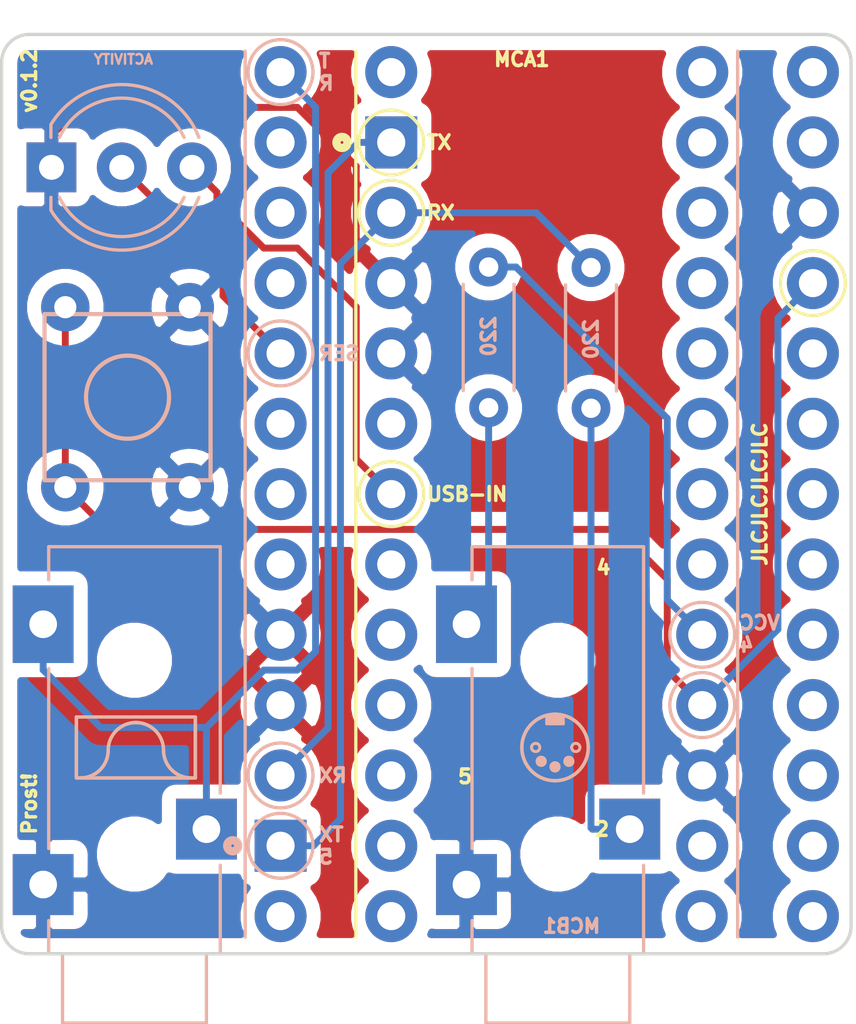
<source format=kicad_pcb>
(kicad_pcb (version 20171130) (host pcbnew "(5.1.5-0-10_14)")

  (general
    (thickness 1.6)
    (drawings 70)
    (tracks 61)
    (zones 0)
    (modules 12)
    (nets 43)
  )

  (page A4)
  (title_block
    (title "Prost! Midi host to Midi host connector")
    (date 2020-04-22)
    (rev 0.1.0)
    (comment 4 "Author: Ken Frederick")
  )

  (layers
    (0 F.Cu signal)
    (31 B.Cu signal)
    (32 B.Adhes user)
    (33 F.Adhes user)
    (34 B.Paste user)
    (35 F.Paste user)
    (36 B.SilkS user)
    (37 F.SilkS user)
    (38 B.Mask user)
    (39 F.Mask user)
    (40 Dwgs.User user)
    (41 Cmts.User user)
    (42 Eco1.User user)
    (43 Eco2.User user)
    (44 Edge.Cuts user)
    (45 Margin user)
    (46 B.CrtYd user)
    (47 F.CrtYd user)
    (48 B.Fab user)
    (49 F.Fab user)
  )

  (setup
    (last_trace_width 0.25)
    (trace_clearance 0.2)
    (zone_clearance 0.508)
    (zone_45_only no)
    (trace_min 0.2)
    (via_size 0.8)
    (via_drill 0.4)
    (via_min_size 0.4)
    (via_min_drill 0.3)
    (uvia_size 0.3)
    (uvia_drill 0.1)
    (uvias_allowed no)
    (uvia_min_size 0.2)
    (uvia_min_drill 0.1)
    (edge_width 0.05)
    (segment_width 0.2)
    (pcb_text_width 0.3)
    (pcb_text_size 1.5 1.5)
    (mod_edge_width 0.12)
    (mod_text_size 1 1)
    (mod_text_width 0.15)
    (pad_size 1.8796 1.8796)
    (pad_drill 1.016)
    (pad_to_mask_clearance 0.0508)
    (solder_mask_min_width 0.25)
    (aux_axis_origin 0 0)
    (visible_elements FFFFFF7F)
    (pcbplotparams
      (layerselection 0x310fc_ffffffff)
      (usegerberextensions false)
      (usegerberattributes false)
      (usegerberadvancedattributes false)
      (creategerberjobfile false)
      (excludeedgelayer true)
      (linewidth 0.100000)
      (plotframeref false)
      (viasonmask false)
      (mode 1)
      (useauxorigin false)
      (hpglpennumber 1)
      (hpglpenspeed 20)
      (hpglpendiameter 15.000000)
      (psnegative false)
      (psa4output false)
      (plotreference true)
      (plotvalue true)
      (plotinvisibletext false)
      (padsonsilk false)
      (subtractmaskfromsilk false)
      (outputformat 1)
      (mirror false)
      (drillshape 0)
      (scaleselection 1)
      (outputdirectory "./gerbers/"))
  )

  (net 0 "")
  (net 1 "Net-(D1-Pad2)")
  (net 2 "Net-(D1-Pad3)")
  (net 3 "Net-(MCA1-Pad24)")
  (net 4 "Net-(MCA1-Pad21)")
  (net 5 "Net-(MCA1-Pad20)")
  (net 6 "Net-(MCA1-Pad19)")
  (net 7 "Net-(MCA1-Pad18)")
  (net 8 "Net-(MCA1-Pad17)")
  (net 9 "Net-(MCA1-Pad16)")
  (net 10 "Net-(MCA1-Pad15)")
  (net 11 "Net-(MCA1-Pad14)")
  (net 12 "Net-(MCA1-Pad13)")
  (net 13 "Net-(MCA1-Pad12)")
  (net 14 "Net-(MCA1-Pad11)")
  (net 15 "Net-(MCA1-Pad10)")
  (net 16 "Net-(MCA1-Pad7)")
  (net 17 "Net-(MCA1-Pad5)")
  (net 18 "Net-(MCB1-Pad24)")
  (net 19 "Net-(MCB1-Pad20)")
  (net 20 "Net-(MCB1-Pad19)")
  (net 21 "Net-(MCB1-Pad18)")
  (net 22 "Net-(MCB1-Pad17)")
  (net 23 "Net-(MCB1-Pad16)")
  (net 24 "Net-(MCB1-Pad15)")
  (net 25 "Net-(MCB1-Pad14)")
  (net 26 "Net-(MCB1-Pad13)")
  (net 27 "Net-(MCB1-Pad11)")
  (net 28 "Net-(MCB1-Pad10)")
  (net 29 "Net-(MCB1-Pad7)")
  (net 30 "Net-(MCB1-Pad5)")
  (net 31 GND)
  (net 32 "Net-(J1-PadR)")
  (net 33 "Net-(J1-PadT)")
  (net 34 ASYNC)
  (net 35 RESET)
  (net 36 "Net-(MCA1-Pad9)")
  (net 37 "Net-(MCA1-Pad8)")
  (net 38 TX0)
  (net 39 RX1)
  (net 40 VCC)
  (net 41 "Net-(MCB1-Pad9)")
  (net 42 "Net-(MCB1-Pad6)")

  (net_class Default "This is the default net class."
    (clearance 0.2)
    (trace_width 0.25)
    (via_dia 0.8)
    (via_drill 0.4)
    (uvia_dia 0.3)
    (uvia_drill 0.1)
    (add_net ASYNC)
    (add_net GND)
    (add_net "Net-(D1-Pad2)")
    (add_net "Net-(D1-Pad3)")
    (add_net "Net-(J1-PadR)")
    (add_net "Net-(J1-PadT)")
    (add_net "Net-(MCA1-Pad10)")
    (add_net "Net-(MCA1-Pad11)")
    (add_net "Net-(MCA1-Pad12)")
    (add_net "Net-(MCA1-Pad13)")
    (add_net "Net-(MCA1-Pad14)")
    (add_net "Net-(MCA1-Pad15)")
    (add_net "Net-(MCA1-Pad16)")
    (add_net "Net-(MCA1-Pad17)")
    (add_net "Net-(MCA1-Pad18)")
    (add_net "Net-(MCA1-Pad19)")
    (add_net "Net-(MCA1-Pad20)")
    (add_net "Net-(MCA1-Pad21)")
    (add_net "Net-(MCA1-Pad24)")
    (add_net "Net-(MCA1-Pad5)")
    (add_net "Net-(MCA1-Pad7)")
    (add_net "Net-(MCA1-Pad8)")
    (add_net "Net-(MCA1-Pad9)")
    (add_net "Net-(MCB1-Pad10)")
    (add_net "Net-(MCB1-Pad11)")
    (add_net "Net-(MCB1-Pad13)")
    (add_net "Net-(MCB1-Pad14)")
    (add_net "Net-(MCB1-Pad15)")
    (add_net "Net-(MCB1-Pad16)")
    (add_net "Net-(MCB1-Pad17)")
    (add_net "Net-(MCB1-Pad18)")
    (add_net "Net-(MCB1-Pad19)")
    (add_net "Net-(MCB1-Pad20)")
    (add_net "Net-(MCB1-Pad24)")
    (add_net "Net-(MCB1-Pad5)")
    (add_net "Net-(MCB1-Pad6)")
    (add_net "Net-(MCB1-Pad7)")
    (add_net "Net-(MCB1-Pad9)")
    (add_net RESET)
    (add_net RX1)
    (add_net TX0)
    (add_net VCC)
  )

  (module prost:Jack_3.5mm_CUI_SJ-3523-SMT_Horizontal (layer B.Cu) (tedit 5ECB63D8) (tstamp 5ECB2B8D)
    (at 152.4 112.5)
    (descr "3.5 mm, Stereo, Right Angle, Surface Mount (SMT), Audio Jack Connector (https://www.cui.com/product/resource/sj-352x-smt-series.pdf)")
    (tags "3.5mm audio cui horizontal jack stereo")
    (path /5EA4206C)
    (attr smd)
    (fp_text reference J1 (at 0 9.9) (layer B.SilkS) hide
      (effects (font (size 1 1) (thickness 0.15)) (justify mirror))
    )
    (fp_text value MIDI-DIN-5 (at 0 -10.35) (layer B.Fab) hide
      (effects (font (size 1 1) (thickness 0.15)) (justify mirror))
    )
    (fp_line (start -3.1 -4.2) (end -3.1 2.3) (layer B.SilkS) (width 0.12))
    (fp_line (start -3.1 -8.6) (end -3.1 -7.4) (layer B.SilkS) (width 0.12))
    (fp_line (start 3.1 -8.6) (end -3.1 -8.6) (layer B.SilkS) (width 0.12))
    (fp_line (start 3.1 0.3) (end 3.1 -8.6) (layer B.SilkS) (width 0.12))
    (fp_line (start 3.1 6.1) (end 3.1 2.9) (layer B.SilkS) (width 0.12))
    (fp_line (start 2.6 6.1) (end 3.1 6.1) (layer B.SilkS) (width 0.12))
    (fp_line (start 2.6 8.6) (end 2.6 6.1) (layer B.SilkS) (width 0.12))
    (fp_line (start -2.6 8.6) (end 2.6 8.6) (layer B.SilkS) (width 0.12))
    (fp_line (start -2.6 6.1) (end -2.6 8.6) (layer B.SilkS) (width 0.12))
    (fp_line (start -3.1 6.1) (end -2.6 6.1) (layer B.SilkS) (width 0.12))
    (fp_line (start -3.1 4.9) (end -3.1 6.1) (layer B.SilkS) (width 0.12))
    (fp_text user %R (at 0 0) (layer B.Fab) hide
      (effects (font (size 1 1) (thickness 0.15)) (justify mirror))
    )
    (fp_line (start 2.5 6) (end 3 6) (layer B.Fab) (width 0.1))
    (fp_line (start 2.5 8.5) (end 2.5 6) (layer B.Fab) (width 0.1))
    (fp_line (start -2.5 8.5) (end 2.5 8.5) (layer B.Fab) (width 0.1))
    (fp_line (start -2.5 6) (end -2.5 8.5) (layer B.Fab) (width 0.1))
    (fp_line (start -3 6) (end -2.5 6) (layer B.Fab) (width 0.1))
    (fp_line (start -3 -8.5) (end -3 6) (layer B.Fab) (width 0.1))
    (fp_line (start 3 -8.5) (end -3 -8.5) (layer B.Fab) (width 0.1))
    (fp_line (start 3 6) (end 3 -8.5) (layer B.Fab) (width 0.1))
    (pad R thru_hole rect (at 2.6 1.6) (size 2.2 2.2) (drill 1) (layers *.Cu *.Mask B.Paste)
      (net 32 "Net-(J1-PadR)"))
    (pad T thru_hole rect (at -3.3 -5.8) (size 2.2 2.8) (drill 1) (layers *.Cu *.Mask B.Paste)
      (net 33 "Net-(J1-PadT)"))
    (pad S thru_hole rect (at -3.3 3.6) (size 2.2 2.2) (drill 1) (layers *.Cu *.Mask B.Paste)
      (net 31 GND))
    (pad "" np_thru_hole circle (at 0 -4.5) (size 1.7 1.7) (drill 1.7) (layers *.Cu *.Mask))
    (pad "" np_thru_hole circle (at 0 2.5) (size 1.7 1.7) (drill 1.7) (layers *.Cu *.Mask))
    (model ${KISYS3DMOD}/Connector_Audio.3dshapes/Jack_3.5mm_CUI_SJ-3523-SMT_Horizontal.wrl
      (at (xyz 0 0 0))
      (scale (xyz 1 1 1))
      (rotate (xyz 0 0 0))
    )
  )

  (module prost:Jack_3.5mm_CUI_SJ-3523-SMT_Horizontal (layer B.Cu) (tedit 5ECB63D8) (tstamp 5EBB9A2D)
    (at 137.1 112.5)
    (descr "3.5 mm, Stereo, Right Angle, Surface Mount (SMT), Audio Jack Connector (https://www.cui.com/product/resource/sj-352x-smt-series.pdf)")
    (tags "3.5mm audio cui horizontal jack stereo")
    (path /5EBC0CC1)
    (attr smd)
    (fp_text reference J2 (at 0 9.9) (layer B.SilkS) hide
      (effects (font (size 1 1) (thickness 0.15)) (justify mirror))
    )
    (fp_text value "MONO 3.5mm AUDIO JACK" (at 0 -10.35) (layer B.Fab) hide
      (effects (font (size 1 1) (thickness 0.15)) (justify mirror))
    )
    (fp_line (start -3.1 -4.2) (end -3.1 2.3) (layer B.SilkS) (width 0.12))
    (fp_line (start -3.1 -8.6) (end -3.1 -7.4) (layer B.SilkS) (width 0.12))
    (fp_line (start 3.1 -8.6) (end -3.1 -8.6) (layer B.SilkS) (width 0.12))
    (fp_line (start 3.1 0.3) (end 3.1 -8.6) (layer B.SilkS) (width 0.12))
    (fp_line (start 3.1 6.1) (end 3.1 2.9) (layer B.SilkS) (width 0.12))
    (fp_line (start 2.6 6.1) (end 3.1 6.1) (layer B.SilkS) (width 0.12))
    (fp_line (start 2.6 8.6) (end 2.6 6.1) (layer B.SilkS) (width 0.12))
    (fp_line (start -2.6 8.6) (end 2.6 8.6) (layer B.SilkS) (width 0.12))
    (fp_line (start -2.6 6.1) (end -2.6 8.6) (layer B.SilkS) (width 0.12))
    (fp_line (start -3.1 6.1) (end -2.6 6.1) (layer B.SilkS) (width 0.12))
    (fp_line (start -3.1 4.9) (end -3.1 6.1) (layer B.SilkS) (width 0.12))
    (fp_text user %R (at 0 0) (layer B.Fab) hide
      (effects (font (size 1 1) (thickness 0.15)) (justify mirror))
    )
    (fp_line (start 2.5 6) (end 3 6) (layer B.Fab) (width 0.1))
    (fp_line (start 2.5 8.5) (end 2.5 6) (layer B.Fab) (width 0.1))
    (fp_line (start -2.5 8.5) (end 2.5 8.5) (layer B.Fab) (width 0.1))
    (fp_line (start -2.5 6) (end -2.5 8.5) (layer B.Fab) (width 0.1))
    (fp_line (start -3 6) (end -2.5 6) (layer B.Fab) (width 0.1))
    (fp_line (start -3 -8.5) (end -3 6) (layer B.Fab) (width 0.1))
    (fp_line (start 3 -8.5) (end -3 -8.5) (layer B.Fab) (width 0.1))
    (fp_line (start 3 6) (end 3 -8.5) (layer B.Fab) (width 0.1))
    (pad R thru_hole rect (at 2.6 1.6) (size 2.2 2.2) (drill 1) (layers *.Cu *.Mask B.Paste)
      (net 34 ASYNC))
    (pad T thru_hole rect (at -3.3 -5.8) (size 2.2 2.8) (drill 1) (layers *.Cu *.Mask B.Paste)
      (net 34 ASYNC))
    (pad S thru_hole rect (at -3.3 3.6) (size 2.2 2.2) (drill 1) (layers *.Cu *.Mask B.Paste)
      (net 31 GND))
    (pad "" np_thru_hole circle (at 0 -4.5) (size 1.7 1.7) (drill 1.7) (layers *.Cu *.Mask))
    (pad "" np_thru_hole circle (at 0 2.5) (size 1.7 1.7) (drill 1.7) (layers *.Cu *.Mask))
    (model ${KISYS3DMOD}/Connector_Audio.3dshapes/Jack_3.5mm_CUI_SJ-3523-SMT_Horizontal.wrl
      (at (xyz 0 0 0))
      (scale (xyz 1 1 1))
      (rotate (xyz 0 0 0))
    )
  )

  (module LED_THT:LED_D5.0mm-3 (layer B.Cu) (tedit 587A3A7B) (tstamp 5EA1F119)
    (at 134.1 90.2)
    (descr "LED, diameter 5.0mm, 2 pins, diameter 5.0mm, 3 pins, http://www.kingbright.com/attachments/file/psearch/000/00/00/L-59EGC(Ver.17A).pdf")
    (tags "LED diameter 5.0mm 2 pins diameter 5.0mm 3 pins")
    (path /5EA1AE32)
    (fp_text reference D1 (at 2.54 3.96) (layer B.SilkS) hide
      (effects (font (size 1 1) (thickness 0.15)) (justify mirror))
    )
    (fp_text value LED_CRGB (at 2.54 -3.96) (layer B.Fab) hide
      (effects (font (size 1 1) (thickness 0.15)) (justify mirror))
    )
    (fp_line (start 6.25 3.25) (end -1.15 3.25) (layer B.CrtYd) (width 0.05))
    (fp_line (start 6.25 -3.25) (end 6.25 3.25) (layer B.CrtYd) (width 0.05))
    (fp_line (start -1.15 -3.25) (end 6.25 -3.25) (layer B.CrtYd) (width 0.05))
    (fp_line (start -1.15 3.25) (end -1.15 -3.25) (layer B.CrtYd) (width 0.05))
    (fp_line (start -0.02 -1.08) (end -0.02 -1.545) (layer B.SilkS) (width 0.12))
    (fp_line (start -0.02 1.545) (end -0.02 1.08) (layer B.SilkS) (width 0.12))
    (fp_line (start 0.04 1.469694) (end 0.04 -1.469694) (layer B.Fab) (width 0.1))
    (fp_circle (center 2.54 0) (end 5.04 0) (layer B.Fab) (width 0.1))
    (fp_arc (start 2.54 0) (end 0.285316 -1.08) (angle 128.8) (layer B.SilkS) (width 0.12))
    (fp_arc (start 2.54 0) (end 0.285316 1.08) (angle -128.8) (layer B.SilkS) (width 0.12))
    (fp_arc (start 2.54 0) (end -0.02 -1.54483) (angle 127.7) (layer B.SilkS) (width 0.12))
    (fp_arc (start 2.54 0) (end -0.02 1.54483) (angle -127.7) (layer B.SilkS) (width 0.12))
    (fp_arc (start 2.54 0) (end 0.04 1.469694) (angle -299.1) (layer B.Fab) (width 0.1))
    (pad 3 thru_hole circle (at 5.08 0) (size 1.8 1.8) (drill 0.9) (layers *.Cu *.Mask)
      (net 2 "Net-(D1-Pad3)"))
    (pad 2 thru_hole circle (at 2.54 0) (size 1.8 1.8) (drill 0.9) (layers *.Cu *.Mask)
      (net 1 "Net-(D1-Pad2)"))
    (pad 1 thru_hole rect (at 0 0) (size 1.8 1.8) (drill 0.9) (layers *.Cu *.Mask)
      (net 31 GND))
    (model ${KISYS3DMOD}/LED_THT.3dshapes/LED_D5.0mm-3.wrl
      (at (xyz 0 0 0))
      (scale (xyz 1 1 1))
      (rotate (xyz 0 0 0))
    )
  )

  (module Switches:MINI_PUSHBUTTON_SWITCH (layer B.Cu) (tedit 5EA1F6B1) (tstamp 5ECB5029)
    (at 136.85 98.5 90)
    (path /5EA27559)
    (fp_text reference S1 (at 0 -4.5 270) (layer B.SilkS) hide
      (effects (font (size 1 1) (thickness 0.15)) (justify mirror))
    )
    (fp_text value MOMENTARY_SWITCH_SPST (at 0 4.5 270) (layer B.Fab) hide
      (effects (font (size 1 1) (thickness 0.15)) (justify mirror))
    )
    (fp_circle (center 0 0) (end 1.5 0) (layer B.SilkS) (width 0.1524))
    (fp_line (start -3 3) (end 3 3) (layer B.SilkS) (width 0.1524))
    (fp_line (start 3 3) (end 3 -3) (layer B.SilkS) (width 0.1524))
    (fp_line (start -3 -3) (end 3 -3) (layer B.SilkS) (width 0.1524))
    (fp_line (start -3 -3) (end -3 3) (layer B.SilkS) (width 0.1524))
    (pad 3 thru_hole circle (at -3.25 2.25 90) (size 1.75 1.75) (drill 0.8) (layers *.Cu *.Mask)
      (net 31 GND) (solder_mask_margin 0.1016))
    (pad 4 thru_hole circle (at 3.25 2.25 90) (size 1.75 1.75) (drill 0.8) (layers *.Cu *.Mask)
      (net 31 GND) (solder_mask_margin 0.1016))
    (pad 1 thru_hole circle (at -3.25 -2.25 90) (size 1.75 1.75) (drill 0.8) (layers *.Cu *.Mask)
      (net 35 RESET) (solder_mask_margin 0.1016))
    (pad 2 thru_hole circle (at 3.25 -2.25 90) (size 1.75 1.75) (drill 0.8) (layers *.Cu *.Mask)
      (net 35 RESET) (solder_mask_margin 0.1016))
  )

  (module "" (layer B.Cu) (tedit 5EBBA81A) (tstamp 5EA22CD8)
    (at 158.43 117.03)
    (fp_text reference DRILL3 (at 0 0) (layer B.SilkS) hide
      (effects (font (size 1.27 1.27) (thickness 0.15)) (justify mirror))
    )
    (fp_text value DRILL3 (at 0 0) (layer B.SilkS) hide
      (effects (font (size 1.27 1.27) (thickness 0.15)) (justify mirror))
    )
    (pad "" np_thru_hole circle (at -0.83 0.21) (size 1.8796 1.8796) (drill 1.016) (layers *.Cu *.Mask)
      (solder_mask_margin 0.1016))
  )

  (module "" (layer B.Cu) (tedit 5EBBA770) (tstamp 5EA22CD8)
    (at 143.2 117.03)
    (fp_text reference DRILL4 (at 0 0) (layer B.SilkS) hide
      (effects (font (size 1.27 1.27) (thickness 0.15)) (justify mirror))
    )
    (fp_text value DRILL4 (at 0 0) (layer B.SilkS) hide
      (effects (font (size 1.27 1.27) (thickness 0.15)) (justify mirror))
    )
    (pad "" np_thru_hole circle (at -0.82 0.21) (size 1.8796 1.8796) (drill 1.016) (layers *.Cu *.Mask)
      (solder_mask_margin 0.1016))
  )

  (module Resistor_THT:R_Axial_DIN0204_L3.6mm_D1.6mm_P5.08mm_Horizontal (layer B.Cu) (tedit 5AE5139B) (tstamp 5EA3D1C2)
    (at 153.6 98.9 90)
    (descr "Resistor, Axial_DIN0204 series, Axial, Horizontal, pin pitch=5.08mm, 0.167W, length*diameter=3.6*1.6mm^2, http://cdn-reichelt.de/documents/datenblatt/B400/1_4W%23YAG.pdf")
    (tags "Resistor Axial_DIN0204 series Axial Horizontal pin pitch 5.08mm 0.167W length 3.6mm diameter 1.6mm")
    (path /5EA6A42C)
    (fp_text reference R2 (at 2.54 1.92 90) (layer B.SilkS) hide
      (effects (font (size 1 1) (thickness 0.15)) (justify mirror))
    )
    (fp_text value 220 (at 2.5 0 90) (layer B.SilkS)
      (effects (font (size 0.5 0.5) (thickness 0.125)) (justify mirror))
    )
    (fp_text user %R (at 2.54 0 90) (layer B.Fab) hide
      (effects (font (size 0.72 0.72) (thickness 0.108)) (justify mirror))
    )
    (fp_line (start 6.03 1.05) (end -0.95 1.05) (layer B.CrtYd) (width 0.05))
    (fp_line (start 6.03 -1.05) (end 6.03 1.05) (layer B.CrtYd) (width 0.05))
    (fp_line (start -0.95 -1.05) (end 6.03 -1.05) (layer B.CrtYd) (width 0.05))
    (fp_line (start -0.95 1.05) (end -0.95 -1.05) (layer B.CrtYd) (width 0.05))
    (fp_line (start 0.62 -0.92) (end 4.46 -0.92) (layer B.SilkS) (width 0.12))
    (fp_line (start 0.62 0.92) (end 4.46 0.92) (layer B.SilkS) (width 0.12))
    (fp_line (start 5.08 0) (end 4.34 0) (layer B.Fab) (width 0.1))
    (fp_line (start 0 0) (end 0.74 0) (layer B.Fab) (width 0.1))
    (fp_line (start 4.34 0.8) (end 0.74 0.8) (layer B.Fab) (width 0.1))
    (fp_line (start 4.34 -0.8) (end 4.34 0.8) (layer B.Fab) (width 0.1))
    (fp_line (start 0.74 -0.8) (end 4.34 -0.8) (layer B.Fab) (width 0.1))
    (fp_line (start 0.74 0.8) (end 0.74 -0.8) (layer B.Fab) (width 0.1))
    (pad 2 thru_hole oval (at 5.08 0 90) (size 1.4 1.4) (drill 0.7) (layers *.Cu *.Mask)
      (net 38 TX0))
    (pad 1 thru_hole circle (at 0 0 90) (size 1.4 1.4) (drill 0.7) (layers *.Cu *.Mask)
      (net 32 "Net-(J1-PadR)"))
    (model ${KISYS3DMOD}/Resistor_THT.3dshapes/R_Axial_DIN0204_L3.6mm_D1.6mm_P5.08mm_Horizontal.wrl
      (at (xyz 0 0 0))
      (scale (xyz 1 1 1))
      (rotate (xyz 0 0 0))
    )
  )

  (module Resistor_THT:R_Axial_DIN0204_L3.6mm_D1.6mm_P5.08mm_Horizontal (layer B.Cu) (tedit 5AE5139B) (tstamp 5EA3D1AF)
    (at 149.9 93.8 270)
    (descr "Resistor, Axial_DIN0204 series, Axial, Horizontal, pin pitch=5.08mm, 0.167W, length*diameter=3.6*1.6mm^2, http://cdn-reichelt.de/documents/datenblatt/B400/1_4W%23YAG.pdf")
    (tags "Resistor Axial_DIN0204 series Axial Horizontal pin pitch 5.08mm 0.167W length 3.6mm diameter 1.6mm")
    (path /5EA37809)
    (fp_text reference R1 (at 2.54 1.92 90) (layer B.SilkS) hide
      (effects (font (size 1 1) (thickness 0.15)) (justify mirror))
    )
    (fp_text value 220 (at 2.5 0 90) (layer B.SilkS)
      (effects (font (size 0.5 0.5) (thickness 0.125)) (justify mirror))
    )
    (fp_text user %R (at 2.54 0 90) (layer B.Fab) hide
      (effects (font (size 0.72 0.72) (thickness 0.108)) (justify mirror))
    )
    (fp_line (start 6.03 1.05) (end -0.95 1.05) (layer B.CrtYd) (width 0.05))
    (fp_line (start 6.03 -1.05) (end 6.03 1.05) (layer B.CrtYd) (width 0.05))
    (fp_line (start -0.95 -1.05) (end 6.03 -1.05) (layer B.CrtYd) (width 0.05))
    (fp_line (start -0.95 1.05) (end -0.95 -1.05) (layer B.CrtYd) (width 0.05))
    (fp_line (start 0.62 -0.92) (end 4.46 -0.92) (layer B.SilkS) (width 0.12))
    (fp_line (start 0.62 0.92) (end 4.46 0.92) (layer B.SilkS) (width 0.12))
    (fp_line (start 5.08 0) (end 4.34 0) (layer B.Fab) (width 0.1))
    (fp_line (start 0 0) (end 0.74 0) (layer B.Fab) (width 0.1))
    (fp_line (start 4.34 0.8) (end 0.74 0.8) (layer B.Fab) (width 0.1))
    (fp_line (start 4.34 -0.8) (end 4.34 0.8) (layer B.Fab) (width 0.1))
    (fp_line (start 0.74 -0.8) (end 4.34 -0.8) (layer B.Fab) (width 0.1))
    (fp_line (start 0.74 0.8) (end 0.74 -0.8) (layer B.Fab) (width 0.1))
    (pad 2 thru_hole oval (at 5.08 0 270) (size 1.4 1.4) (drill 0.7) (layers *.Cu *.Mask)
      (net 33 "Net-(J1-PadT)"))
    (pad 1 thru_hole circle (at 0 0 270) (size 1.4 1.4) (drill 0.7) (layers *.Cu *.Mask)
      (net 40 VCC))
    (model ${KISYS3DMOD}/Resistor_THT.3dshapes/R_Axial_DIN0204_L3.6mm_D1.6mm_P5.08mm_Horizontal.wrl
      (at (xyz 0 0 0))
      (scale (xyz 1 1 1))
      (rotate (xyz 0 0 0))
    )
  )

  (module Boards:SPARKFUN_PRO_MICRO (layer B.Cu) (tedit 5ECB5891) (tstamp 5EBBF7B3)
    (at 150 102)
    (descr "SPARKFUN PRO MICO FOOTPRINT (WITH USB CONNECTOR)")
    (tags "SPARKFUN PRO MICO FOOTPRINT (WITH USB CONNECTOR)")
    (path /5EA108D1)
    (attr virtual)
    (fp_text reference MCB1 (at 4 15.6) (layer B.SilkS)
      (effects (font (size 0.5 0.5) (thickness 0.125)) (justify left mirror))
    )
    (fp_text value SPARKFUN_PRO_MICRO (at 0 -15.24) (layer B.SilkS) hide
      (effects (font (size 0.6096 0.6096) (thickness 0.127)) (justify mirror))
    )
    (fp_text user USB (at -0.0508 16.9164) (layer Dwgs.User) hide
      (effects (font (size 0.8128 0.8128) (thickness 0.1524)))
    )
    (fp_line (start 3.81 17.78) (end 3.81 16.51) (layer Dwgs.User) (width 0.127))
    (fp_line (start -3.81 17.78) (end 3.81 17.78) (layer Dwgs.User) (width 0.127))
    (fp_line (start -3.81 16.51) (end -3.81 17.78) (layer Dwgs.User) (width 0.127))
    (fp_line (start 8.89 16.51) (end -8.89 16.51) (layer Dwgs.User) (width 0.127))
    (fp_line (start 8.89 -16.51) (end 8.89 16.51) (layer Dwgs.User) (width 0.127))
    (fp_line (start -8.89 -16.51) (end 8.89 -16.51) (layer Dwgs.User) (width 0.127))
    (fp_line (start -8.89 16.51) (end -8.89 -16.51) (layer Dwgs.User) (width 0.127))
    (pad 24 thru_hole circle (at 7.62 12.7) (size 1.8796 1.8796) (drill 1.016) (layers *.Cu *.Mask)
      (net 18 "Net-(MCB1-Pad24)") (solder_mask_margin 0.1016))
    (pad 23 thru_hole circle (at 7.62 10.16) (size 1.8796 1.8796) (drill 1.016) (layers *.Cu *.Mask)
      (net 31 GND) (solder_mask_margin 0.1016))
    (pad 22 thru_hole circle (at 7.62 7.62) (size 1.8796 1.8796) (drill 1.016) (layers *.Cu *.Mask)
      (net 35 RESET) (solder_mask_margin 0.1016))
    (pad 21 thru_hole circle (at 7.62 5.08) (size 1.8796 1.8796) (drill 1.016) (layers *.Cu *.Mask)
      (net 40 VCC) (solder_mask_margin 0.1016))
    (pad 20 thru_hole circle (at 7.62 2.54) (size 1.8796 1.8796) (drill 1.016) (layers *.Cu *.Mask)
      (net 19 "Net-(MCB1-Pad20)") (solder_mask_margin 0.1016))
    (pad 19 thru_hole circle (at 7.62 0) (size 1.8796 1.8796) (drill 1.016) (layers *.Cu *.Mask)
      (net 20 "Net-(MCB1-Pad19)") (solder_mask_margin 0.1016))
    (pad 18 thru_hole circle (at 7.62 -2.54) (size 1.8796 1.8796) (drill 1.016) (layers *.Cu *.Mask)
      (net 21 "Net-(MCB1-Pad18)") (solder_mask_margin 0.1016))
    (pad 17 thru_hole circle (at 7.62 -5.08) (size 1.8796 1.8796) (drill 1.016) (layers *.Cu *.Mask)
      (net 22 "Net-(MCB1-Pad17)") (solder_mask_margin 0.1016))
    (pad 16 thru_hole circle (at 7.62 -7.62) (size 1.8796 1.8796) (drill 1.016) (layers *.Cu *.Mask)
      (net 23 "Net-(MCB1-Pad16)") (solder_mask_margin 0.1016))
    (pad 15 thru_hole circle (at 7.62 -10.16) (size 1.8796 1.8796) (drill 1.016) (layers *.Cu *.Mask)
      (net 24 "Net-(MCB1-Pad15)") (solder_mask_margin 0.1016))
    (pad 14 thru_hole circle (at 7.62 -12.7) (size 1.8796 1.8796) (drill 1.016) (layers *.Cu *.Mask)
      (net 25 "Net-(MCB1-Pad14)") (solder_mask_margin 0.1016))
    (pad 13 thru_hole circle (at 7.62 -15.24) (size 1.8796 1.8796) (drill 1.016) (layers *.Cu *.Mask)
      (net 26 "Net-(MCB1-Pad13)") (solder_mask_margin 0.1016))
    (pad 12 thru_hole circle (at -7.62 -15.24) (size 1.8796 1.8796) (drill 1.016) (layers *.Cu *.Mask)
      (net 34 ASYNC) (solder_mask_margin 0.1016))
    (pad 11 thru_hole circle (at -7.62 -12.7) (size 1.8796 1.8796) (drill 1.016) (layers *.Cu *.Mask)
      (net 27 "Net-(MCB1-Pad11)") (solder_mask_margin 0.1016))
    (pad 10 thru_hole circle (at -7.62 -10.16) (size 1.8796 1.8796) (drill 1.016) (layers *.Cu *.Mask)
      (net 28 "Net-(MCB1-Pad10)") (solder_mask_margin 0.1016))
    (pad 9 thru_hole circle (at -7.62 -7.62) (size 1.8796 1.8796) (drill 1.016) (layers *.Cu *.Mask)
      (net 41 "Net-(MCB1-Pad9)") (solder_mask_margin 0.1016))
    (pad 8 thru_hole circle (at -7.62 -5.08) (size 1.8796 1.8796) (drill 1.016) (layers *.Cu *.Mask)
      (net 1 "Net-(D1-Pad2)") (solder_mask_margin 0.1016))
    (pad 7 thru_hole circle (at -7.62 -2.54) (size 1.8796 1.8796) (drill 1.016) (layers *.Cu *.Mask)
      (net 29 "Net-(MCB1-Pad7)") (solder_mask_margin 0.1016))
    (pad 6 thru_hole circle (at -7.62 0) (size 1.8796 1.8796) (drill 1.016) (layers *.Cu *.Mask)
      (net 42 "Net-(MCB1-Pad6)") (solder_mask_margin 0.1016))
    (pad 5 thru_hole circle (at -7.62 2.54) (size 1.8796 1.8796) (drill 1.016) (layers *.Cu *.Mask)
      (net 30 "Net-(MCB1-Pad5)") (solder_mask_margin 0.1016))
    (pad 4 thru_hole circle (at -7.62 5.08) (size 1.8796 1.8796) (drill 1.016) (layers *.Cu *.Mask)
      (net 31 GND) (solder_mask_margin 0.1016))
    (pad 3 thru_hole circle (at -7.62 7.62) (size 1.8796 1.8796) (drill 1.016) (layers *.Cu *.Mask)
      (net 31 GND) (solder_mask_margin 0.1016))
    (pad 2 thru_hole circle (at -7.62 10.16) (size 1.8796 1.8796) (drill 1.016) (layers *.Cu *.Mask)
      (net 39 RX1) (solder_mask_margin 0.1016))
    (pad 1 thru_hole rect (at -7.62 12.7) (size 1.8796 1.8796) (drill 1.016) (layers *.Cu *.Mask)
      (net 38 TX0) (solder_mask_margin 0.1016))
  )

  (module "" (layer F.Cu) (tedit 5EBBA809) (tstamp 5EA286A1)
    (at 162.45 86.95)
    (fp_text reference DRILL2 (at 0 0) (layer F.SilkS) hide
      (effects (font (size 1.27 1.27) (thickness 0.15)))
    )
    (fp_text value DRILL2 (at 0 0) (layer F.SilkS) hide
      (effects (font (size 1.27 1.27) (thickness 0.15)))
    )
    (pad "" np_thru_hole circle (at -0.83 -0.19) (size 1.8796 1.8796) (drill 1.016) (layers *.Cu *.Mask)
      (solder_mask_margin 0.1016))
  )

  (module Boards:SPARKFUN_PRO_MICRO (layer F.Cu) (tedit 5ECB521D) (tstamp 5EBBF882)
    (at 154 102)
    (descr "SPARKFUN PRO MICO FOOTPRINT (WITH USB CONNECTOR)")
    (tags "SPARKFUN PRO MICO FOOTPRINT (WITH USB CONNECTOR)")
    (path /5EA0D962)
    (attr virtual)
    (fp_text reference MCA1 (at -2.9 -15.7) (layer F.SilkS)
      (effects (font (size 0.5 0.5) (thickness 0.125)))
    )
    (fp_text value SPARKFUN_PRO_MICRO (at 0 15.24) (layer F.SilkS) hide
      (effects (font (size 0.6096 0.6096) (thickness 0.127)))
    )
    (fp_text user USB (at -0.0508 -16.9164) (layer Dwgs.User) hide
      (effects (font (size 0.8128 0.8128) (thickness 0.1524)))
    )
    (fp_line (start 3.81 -17.78) (end 3.81 -16.51) (layer Dwgs.User) (width 0.127))
    (fp_line (start -3.81 -17.78) (end 3.81 -17.78) (layer Dwgs.User) (width 0.127))
    (fp_line (start -3.81 -16.51) (end -3.81 -17.78) (layer Dwgs.User) (width 0.127))
    (fp_line (start 8.89 -16.51) (end -8.89 -16.51) (layer Dwgs.User) (width 0.127))
    (fp_line (start 8.89 16.51) (end 8.89 -16.51) (layer Dwgs.User) (width 0.127))
    (fp_line (start -8.89 16.51) (end 8.89 16.51) (layer Dwgs.User) (width 0.127))
    (fp_line (start -8.89 -16.51) (end -8.89 16.51) (layer Dwgs.User) (width 0.127))
    (pad 24 thru_hole circle (at 7.62 -12.7) (size 1.8796 1.8796) (drill 1.016) (layers *.Cu *.Mask)
      (net 3 "Net-(MCA1-Pad24)") (solder_mask_margin 0.1016))
    (pad 23 thru_hole circle (at 7.62 -10.16) (size 1.8796 1.8796) (drill 1.016) (layers *.Cu *.Mask)
      (net 31 GND) (solder_mask_margin 0.1016))
    (pad 22 thru_hole circle (at 7.62 -7.62) (size 1.8796 1.8796) (drill 1.016) (layers *.Cu *.Mask)
      (net 35 RESET) (solder_mask_margin 0.1016))
    (pad 21 thru_hole circle (at 7.62 -5.08) (size 1.8796 1.8796) (drill 1.016) (layers *.Cu *.Mask)
      (net 4 "Net-(MCA1-Pad21)") (solder_mask_margin 0.1016))
    (pad 20 thru_hole circle (at 7.62 -2.54) (size 1.8796 1.8796) (drill 1.016) (layers *.Cu *.Mask)
      (net 5 "Net-(MCA1-Pad20)") (solder_mask_margin 0.1016))
    (pad 19 thru_hole circle (at 7.62 0) (size 1.8796 1.8796) (drill 1.016) (layers *.Cu *.Mask)
      (net 6 "Net-(MCA1-Pad19)") (solder_mask_margin 0.1016))
    (pad 18 thru_hole circle (at 7.62 2.54) (size 1.8796 1.8796) (drill 1.016) (layers *.Cu *.Mask)
      (net 7 "Net-(MCA1-Pad18)") (solder_mask_margin 0.1016))
    (pad 17 thru_hole circle (at 7.62 5.08) (size 1.8796 1.8796) (drill 1.016) (layers *.Cu *.Mask)
      (net 8 "Net-(MCA1-Pad17)") (solder_mask_margin 0.1016))
    (pad 16 thru_hole circle (at 7.62 7.62) (size 1.8796 1.8796) (drill 1.016) (layers *.Cu *.Mask)
      (net 9 "Net-(MCA1-Pad16)") (solder_mask_margin 0.1016))
    (pad 15 thru_hole circle (at 7.62 10.16) (size 1.8796 1.8796) (drill 1.016) (layers *.Cu *.Mask)
      (net 10 "Net-(MCA1-Pad15)") (solder_mask_margin 0.1016))
    (pad 14 thru_hole circle (at 7.62 12.7) (size 1.8796 1.8796) (drill 1.016) (layers *.Cu *.Mask)
      (net 11 "Net-(MCA1-Pad14)") (solder_mask_margin 0.1016))
    (pad 13 thru_hole circle (at 7.62 15.24) (size 1.8796 1.8796) (drill 1.016) (layers *.Cu *.Mask)
      (net 12 "Net-(MCA1-Pad13)") (solder_mask_margin 0.1016))
    (pad 12 thru_hole circle (at -7.62 15.24) (size 1.8796 1.8796) (drill 1.016) (layers *.Cu *.Mask)
      (net 13 "Net-(MCA1-Pad12)") (solder_mask_margin 0.1016))
    (pad 11 thru_hole circle (at -7.62 12.7) (size 1.8796 1.8796) (drill 1.016) (layers *.Cu *.Mask)
      (net 14 "Net-(MCA1-Pad11)") (solder_mask_margin 0.1016))
    (pad 10 thru_hole circle (at -7.62 10.16) (size 1.8796 1.8796) (drill 1.016) (layers *.Cu *.Mask)
      (net 15 "Net-(MCA1-Pad10)") (solder_mask_margin 0.1016))
    (pad 9 thru_hole circle (at -7.62 7.62) (size 1.8796 1.8796) (drill 1.016) (layers *.Cu *.Mask)
      (net 36 "Net-(MCA1-Pad9)") (solder_mask_margin 0.1016))
    (pad 8 thru_hole circle (at -7.62 5.08) (size 1.8796 1.8796) (drill 1.016) (layers *.Cu *.Mask)
      (net 37 "Net-(MCA1-Pad8)") (solder_mask_margin 0.1016))
    (pad 7 thru_hole circle (at -7.62 2.54) (size 1.8796 1.8796) (drill 1.016) (layers *.Cu *.Mask)
      (net 16 "Net-(MCA1-Pad7)") (solder_mask_margin 0.1016))
    (pad 6 thru_hole circle (at -7.62 0) (size 1.8796 1.8796) (drill 1.016) (layers *.Cu *.Mask)
      (net 2 "Net-(D1-Pad3)") (solder_mask_margin 0.1016))
    (pad 5 thru_hole circle (at -7.62 -2.54) (size 1.8796 1.8796) (drill 1.016) (layers *.Cu *.Mask)
      (net 17 "Net-(MCA1-Pad5)") (solder_mask_margin 0.1016))
    (pad 4 thru_hole circle (at -7.62 -5.08) (size 1.8796 1.8796) (drill 1.016) (layers *.Cu *.Mask)
      (net 31 GND) (solder_mask_margin 0.1016))
    (pad 3 thru_hole circle (at -7.62 -7.62) (size 1.8796 1.8796) (drill 1.016) (layers *.Cu *.Mask)
      (net 31 GND) (solder_mask_margin 0.1016))
    (pad 2 thru_hole circle (at -7.62 -10.16) (size 1.8796 1.8796) (drill 1.016) (layers *.Cu *.Mask)
      (net 38 TX0) (solder_mask_margin 0.1016))
    (pad 1 thru_hole rect (at -7.62 -12.7) (size 1.8796 1.8796) (drill 1.016) (layers *.Cu *.Mask)
      (net 39 RX1) (solder_mask_margin 0.1016))
  )

  (module "" (layer F.Cu) (tedit 5EBBA766) (tstamp 0)
    (at 147.2 86.95)
    (fp_text reference DRILL1 (at 0 0) (layer F.SilkS) hide
      (effects (font (size 1.27 1.27) (thickness 0.15)))
    )
    (fp_text value DRILL1 (at 0 0) (layer F.SilkS) hide
      (effects (font (size 1.27 1.27) (thickness 0.15)))
    )
    (pad "" np_thru_hole circle (at -0.82 -0.19) (size 1.8796 1.8796) (drill 1.016) (layers *.Cu *.Mask)
      (solder_mask_margin 0.1016))
  )

  (gr_text "SER\n" (at 143.7 96.92) (layer B.SilkS) (tstamp 5EA288EF)
    (effects (font (size 0.5 0.5) (thickness 0.125)) (justify right mirror))
  )
  (gr_line (start 134 118.6) (end 133.3 118.6) (layer Edge.Cuts) (width 0.12) (tstamp 5ECB6347))
  (gr_line (start 134 85.4) (end 133.3 85.4) (layer Edge.Cuts) (width 0.12) (tstamp 5ECB6342))
  (gr_circle (center 142.38 86.76) (end 143.551537 86.76) (layer B.SilkS) (width 0.12) (tstamp 5ECB5875))
  (gr_text "T\nR\n" (at 143.7 86.76) (layer B.SilkS) (tstamp 5ECB5874)
    (effects (font (size 0.5 0.5) (thickness 0.125)) (justify right mirror))
  )
  (gr_text "VCC\n4" (at 158.9 107.05) (layer B.SilkS) (tstamp 5ECB5D0C)
    (effects (font (size 0.5 0.5) (thickness 0.125)) (justify right mirror))
  )
  (gr_line (start 139.3 110.05) (end 139.3 112.25) (layer B.SilkS) (width 0.12) (tstamp 5ECB5CDD))
  (gr_arc (start 135.15 111.25) (end 135.15 112.25) (angle -90) (layer B.SilkS) (width 0.12) (tstamp 5ECB5CDC))
  (gr_line (start 135 112.25) (end 135 110.05) (layer B.SilkS) (width 0.12) (tstamp 5ECB5CDB))
  (gr_line (start 139.3 112.25) (end 135 112.25) (layer B.SilkS) (width 0.12) (tstamp 5ECB5CDA))
  (gr_arc (start 139.15 111.25) (end 139.15 112.25) (angle 90) (layer B.SilkS) (width 0.12) (tstamp 5ECB5CD9))
  (gr_arc (start 137.15 111.25) (end 137.15 110.25) (angle 90) (layer B.SilkS) (width 0.12) (tstamp 5ECB5CD8))
  (gr_line (start 135 110.05) (end 139.3 110.05) (layer B.SilkS) (width 0.12) (tstamp 5ECB5CD7))
  (gr_arc (start 137.15 111.25) (end 137.15 110.25) (angle -90) (layer B.SilkS) (width 0.12) (tstamp 5ECB5CD6))
  (gr_circle (center 152.3 111.15) (end 153.5 111.15) (layer F.SilkS) (width 0.12) (tstamp 5ECB5C9C))
  (gr_circle (center 151.6 111.15) (end 151.75 111.15) (layer F.SilkS) (width 0.1) (tstamp 5ECB5C9B))
  (gr_circle (center 152.3 111.85) (end 152.4 111.85) (layer F.SilkS) (width 0.2) (tstamp 5ECB5C9A))
  (gr_circle (center 153.05 111.15) (end 153.2 111.15) (layer F.SilkS) (width 0.1) (tstamp 5ECB5C99))
  (gr_circle (center 151.8 111.65) (end 151.9 111.65) (layer F.SilkS) (width 0.2) (tstamp 5ECB5C98))
  (gr_circle (center 152.8 111.65) (end 152.9 111.65) (layer F.SilkS) (width 0.2) (tstamp 5ECB5C97))
  (gr_poly (pts (xy 152.6 110.3) (xy 152 110.3) (xy 152 110) (xy 152.6 110)) (layer F.SilkS) (width 0.1) (tstamp 5ECB5C96))
  (gr_line (start 139.3 112.25) (end 135 112.25) (layer F.SilkS) (width 0.12))
  (gr_line (start 139.3 110.05) (end 139.3 112.25) (layer F.SilkS) (width 0.12))
  (gr_line (start 135 110.05) (end 139.3 110.05) (layer F.SilkS) (width 0.12))
  (gr_line (start 135 112.25) (end 135 110.05) (layer F.SilkS) (width 0.12))
  (gr_arc (start 139.15 111.25) (end 139.15 112.25) (angle 90) (layer F.SilkS) (width 0.12) (tstamp 5ECB56B0))
  (gr_arc (start 137.15 111.25) (end 137.15 110.25) (angle 90) (layer F.SilkS) (width 0.12) (tstamp 5ECB56AF))
  (gr_arc (start 135.15 111.25) (end 135.15 112.25) (angle -90) (layer F.SilkS) (width 0.12) (tstamp 5ECB566A))
  (gr_arc (start 137.15 111.25) (end 137.15 110.25) (angle -90) (layer F.SilkS) (width 0.12))
  (gr_circle (center 144.6 89.3) (end 144.8 89.3) (layer F.SilkS) (width 0.3) (tstamp 5ECB59C5))
  (gr_circle (center 140.65 114.7) (end 140.85 114.7) (layer B.SilkS) (width 0.3))
  (gr_text 5 (at 149.05 112.2) (layer F.SilkS) (tstamp 5ECB4168)
    (effects (font (size 0.5 0.5) (thickness 0.125)))
  )
  (gr_text 2 (at 154 114.1) (layer F.SilkS) (tstamp 5ECB4168)
    (effects (font (size 0.5 0.5) (thickness 0.125)))
  )
  (gr_text 4 (at 154.05 104.65) (layer F.SilkS)
    (effects (font (size 0.5 0.5) (thickness 0.125)))
  )
  (gr_text JLCJLCJLCJLC (at 159.7 102 90) (layer F.SilkS)
    (effects (font (size 0.5 0.5) (thickness 0.125)))
  )
  (gr_poly (pts (xy 152.6 110.3) (xy 152 110.3) (xy 152 110) (xy 152.6 110)) (layer B.SilkS) (width 0.1))
  (gr_circle (center 152.8 111.65) (end 152.9 111.65) (layer B.SilkS) (width 0.2))
  (gr_circle (center 151.8 111.65) (end 151.9 111.65) (layer B.SilkS) (width 0.2))
  (gr_circle (center 153.05 111.15) (end 153.2 111.15) (layer B.SilkS) (width 0.1))
  (gr_circle (center 152.3 111.85) (end 152.4 111.85) (layer B.SilkS) (width 0.2))
  (gr_circle (center 151.6 111.15) (end 151.75 111.15) (layer B.SilkS) (width 0.1))
  (gr_circle (center 152.3 111.15) (end 153.5 111.15) (layer B.SilkS) (width 0.12))
  (gr_circle (center 161.62 94.38) (end 162.791537 94.38) (layer F.SilkS) (width 0.12))
  (gr_circle (center 157.62 107.08) (end 158.791537 107.08) (layer B.SilkS) (width 0.12))
  (gr_circle (center 157.62 109.62) (end 158.791537 109.62) (layer B.SilkS) (width 0.12))
  (gr_circle (center 142.38 114.7) (end 143.551537 114.7) (layer B.SilkS) (width 0.12))
  (gr_circle (center 142.38 112.16) (end 143.551537 112.16) (layer B.SilkS) (width 0.12))
  (gr_circle (center 142.38 96.92) (end 143.551537 96.92) (layer B.SilkS) (width 0.12))
  (gr_circle (center 146.38 102) (end 147.551537 102) (layer F.SilkS) (width 0.12))
  (gr_circle (center 146.38 91.84) (end 147.551537 91.84) (layer F.SilkS) (width 0.12))
  (gr_circle (center 146.38 89.3) (end 147.551537 89.3) (layer F.SilkS) (width 0.12))
  (gr_line (start 145.1 118) (end 145.1 86) (layer F.SilkS) (width 0.12))
  (gr_line (start 158.9 118) (end 158.9 86) (layer B.SilkS) (width 0.12))
  (gr_line (start 141.1 118) (end 141.1 86) (layer B.SilkS) (width 0.12))
  (gr_line (start 132.3 117.6) (end 132.3 86.4) (layer Edge.Cuts) (width 0.12) (tstamp 5EA30941))
  (gr_line (start 162 118.6) (end 134 118.6) (layer Edge.Cuts) (width 0.12) (tstamp 5EA3093A))
  (gr_line (start 163 86.4) (end 163 117.6) (layer Edge.Cuts) (width 0.12) (tstamp 5EA3092F))
  (gr_line (start 134 85.4) (end 162 85.4) (layer Edge.Cuts) (width 0.12) (tstamp 5EA30920))
  (gr_arc (start 133.3 86.4) (end 133.3 85.4) (angle -90) (layer Edge.Cuts) (width 0.12) (tstamp 5EA30871))
  (gr_arc (start 133.3 117.6) (end 132.3 117.6) (angle -90) (layer Edge.Cuts) (width 0.12) (tstamp 5EA30871))
  (gr_arc (start 162 117.6) (end 162 118.6) (angle -90) (layer Edge.Cuts) (width 0.12) (tstamp 5EA30827))
  (gr_arc (start 162 86.4) (end 163 86.4) (angle -90) (layer Edge.Cuts) (width 0.12))
  (gr_text v0.1.2 (at 133.3 88.3 90) (layer F.SilkS) (tstamp 5EA3DC6B)
    (effects (font (size 0.5 0.5) (thickness 0.125)) (justify left))
  )
  (gr_text "Prost!\n" (at 133.3 112 90) (layer F.SilkS)
    (effects (font (size 0.5 0.5) (thickness 0.125)) (justify right))
  )
  (gr_text ACTIVITY (at 136.7 86.3) (layer B.SilkS) (tstamp 5EA27382)
    (effects (font (size 0.35 0.35) (thickness 0.0875)) (justify mirror))
  )
  (gr_text USB-IN (at 147.6 102) (layer F.SilkS) (tstamp 5EA26C19)
    (effects (font (size 0.5 0.5) (thickness 0.125)) (justify left))
  )
  (gr_text RX (at 143.7 112.16) (layer B.SilkS) (tstamp 5EA22BA2)
    (effects (font (size 0.5 0.5) (thickness 0.125)) (justify right mirror))
  )
  (gr_text "TX\n5\n" (at 143.7 114.7) (layer B.SilkS) (tstamp 5EA22BA2)
    (effects (font (size 0.5 0.5) (thickness 0.125)) (justify right mirror))
  )
  (gr_text RX (at 147.6 91.84) (layer F.SilkS) (tstamp 5EA22731)
    (effects (font (size 0.5 0.5) (thickness 0.125)) (justify left))
  )
  (gr_text TX (at 147.6 89.3) (layer F.SilkS)
    (effects (font (size 0.5 0.5) (thickness 0.125)) (justify left))
  )

  (segment (start 140.300001 93.860001) (end 140.300001 94.840001) (width 0.25) (layer F.Cu) (net 1))
  (segment (start 141.440201 95.980201) (end 142.38 96.92) (width 0.25) (layer F.Cu) (net 1))
  (segment (start 140.300001 94.840001) (end 141.440201 95.980201) (width 0.25) (layer F.Cu) (net 1))
  (segment (start 136.64 90.2) (end 140.300001 93.860001) (width 0.25) (layer F.Cu) (net 1))
  (segment (start 145.440201 101.060201) (end 146.38 102) (width 0.25) (layer F.Cu) (net 2))
  (segment (start 145.115199 100.735199) (end 145.440201 101.060201) (width 0.25) (layer F.Cu) (net 2))
  (segment (start 145.115199 95.243293) (end 145.115199 100.735199) (width 0.25) (layer F.Cu) (net 2))
  (segment (start 142.987105 93.115199) (end 145.115199 95.243293) (width 0.25) (layer F.Cu) (net 2))
  (segment (start 140.079999 91.422303) (end 141.772895 93.115199) (width 0.25) (layer F.Cu) (net 2))
  (segment (start 141.772895 93.115199) (end 142.987105 93.115199) (width 0.25) (layer F.Cu) (net 2))
  (segment (start 140.079999 91.099999) (end 140.079999 91.422303) (width 0.25) (layer F.Cu) (net 2))
  (segment (start 139.18 90.2) (end 140.079999 91.099999) (width 0.25) (layer F.Cu) (net 2))
  (segment (start 145.440201 93.440201) (end 146.38 94.38) (width 0.25) (layer F.Cu) (net 31))
  (segment (start 145.115199 93.115199) (end 145.440201 93.440201) (width 0.25) (layer F.Cu) (net 31))
  (segment (start 145.115199 90.163293) (end 145.115199 93.115199) (width 0.25) (layer F.Cu) (net 31))
  (segment (start 142.987105 88.035199) (end 145.115199 90.163293) (width 0.25) (layer F.Cu) (net 31))
  (segment (start 135.114801 88.035199) (end 142.987105 88.035199) (width 0.25) (layer F.Cu) (net 31))
  (segment (start 134.1 89.05) (end 135.114801 88.035199) (width 0.25) (layer F.Cu) (net 31))
  (segment (start 134.1 90.2) (end 134.1 89.05) (width 0.25) (layer F.Cu) (net 31))
  (segment (start 153.65 114.1) (end 155 114.1) (width 0.25) (layer B.Cu) (net 32))
  (segment (start 153.6 114.05) (end 153.65 114.1) (width 0.25) (layer B.Cu) (net 32))
  (segment (start 153.6 98.9) (end 153.6 114.05) (width 0.25) (layer B.Cu) (net 32))
  (segment (start 149.9 105.9) (end 149.1 106.7) (width 0.25) (layer B.Cu) (net 33))
  (segment (start 149.9 98.88) (end 149.9 105.9) (width 0.25) (layer B.Cu) (net 33))
  (segment (start 139.7 112.75) (end 139.7 114.1) (width 0.25) (layer B.Cu) (net 34))
  (segment (start 141.772895 108.355199) (end 139.7 110.428094) (width 0.25) (layer B.Cu) (net 34))
  (segment (start 139.7 110.428094) (end 139.7 112.75) (width 0.25) (layer B.Cu) (net 34))
  (segment (start 142.976707 108.355199) (end 141.772895 108.355199) (width 0.25) (layer B.Cu) (net 34))
  (segment (start 143.644801 107.687105) (end 142.976707 108.355199) (width 0.25) (layer B.Cu) (net 34))
  (segment (start 143.644801 88.024801) (end 143.644801 107.687105) (width 0.25) (layer B.Cu) (net 34))
  (segment (start 142.38 86.76) (end 143.644801 88.024801) (width 0.25) (layer B.Cu) (net 34))
  (segment (start 135.878094 110.428094) (end 139.7 110.428094) (width 0.25) (layer B.Cu) (net 34))
  (segment (start 133.8 108.35) (end 135.878094 110.428094) (width 0.25) (layer B.Cu) (net 34))
  (segment (start 133.8 106.7) (end 133.8 108.35) (width 0.25) (layer B.Cu) (net 34))
  (segment (start 158.559799 108.680201) (end 157.62 109.62) (width 0.25) (layer B.Cu) (net 35))
  (segment (start 160.355199 106.884801) (end 158.559799 108.680201) (width 0.25) (layer B.Cu) (net 35))
  (segment (start 160.355199 95.644801) (end 160.355199 106.884801) (width 0.25) (layer B.Cu) (net 35))
  (segment (start 161.62 94.38) (end 160.355199 95.644801) (width 0.25) (layer B.Cu) (net 35))
  (segment (start 134.6 95.25) (end 134.6 101.75) (width 0.25) (layer F.Cu) (net 35))
  (segment (start 156.680201 108.680201) (end 157.62 109.62) (width 0.25) (layer F.Cu) (net 35))
  (segment (start 156.355199 108.355199) (end 156.680201 108.680201) (width 0.25) (layer F.Cu) (net 35))
  (segment (start 156.355199 105.070197) (end 156.355199 108.355199) (width 0.25) (layer F.Cu) (net 35))
  (segment (start 154.560201 103.275199) (end 156.355199 105.070197) (width 0.25) (layer F.Cu) (net 35))
  (segment (start 136.125199 103.275199) (end 154.560201 103.275199) (width 0.25) (layer F.Cu) (net 35))
  (segment (start 134.6 101.75) (end 136.125199 103.275199) (width 0.25) (layer F.Cu) (net 35))
  (segment (start 142.38 114.288094) (end 142.38 114.7) (width 0.25) (layer B.Cu) (net 38))
  (segment (start 151.62 91.84) (end 146.38 91.84) (width 0.25) (layer B.Cu) (net 38))
  (segment (start 153.6 93.82) (end 151.62 91.84) (width 0.25) (layer B.Cu) (net 38))
  (segment (start 142.38 114.7) (end 143.5698 114.7) (width 0.25) (layer B.Cu) (net 38))
  (segment (start 143.5698 114.7) (end 144.544821 113.724979) (width 0.25) (layer B.Cu) (net 38))
  (segment (start 144.544821 93.675179) (end 146.38 91.84) (width 0.25) (layer B.Cu) (net 38))
  (segment (start 144.544821 113.724979) (end 144.544821 93.675179) (width 0.25) (layer B.Cu) (net 38))
  (segment (start 145.1902 89.3) (end 146.38 89.3) (width 0.25) (layer B.Cu) (net 39))
  (segment (start 144.094811 90.395389) (end 145.1902 89.3) (width 0.25) (layer B.Cu) (net 39))
  (segment (start 144.094811 110.445189) (end 144.094811 90.395389) (width 0.25) (layer B.Cu) (net 39))
  (segment (start 142.38 112.16) (end 144.094811 110.445189) (width 0.25) (layer B.Cu) (net 39))
  (segment (start 156.355199 105.815199) (end 156.680201 106.140201) (width 0.25) (layer B.Cu) (net 40))
  (segment (start 156.680201 106.140201) (end 157.62 107.08) (width 0.25) (layer B.Cu) (net 40))
  (segment (start 156.355199 99.26525) (end 156.355199 105.815199) (width 0.25) (layer B.Cu) (net 40))
  (segment (start 150.889949 93.8) (end 156.355199 99.26525) (width 0.25) (layer B.Cu) (net 40))
  (segment (start 149.9 93.8) (end 150.889949 93.8) (width 0.25) (layer B.Cu) (net 40))

  (zone (net 31) (net_name GND) (layer B.Cu) (tstamp 5ECBCF79) (hatch edge 0.508)
    (connect_pads (clearance 0.508))
    (min_thickness 0.254)
    (fill yes (arc_segments 32) (thermal_gap 0.508) (thermal_bridge_width 0.508))
    (polygon
      (pts
        (xy 163 118.6) (xy 132.3 118.6) (xy 132.3 85.4) (xy 162.8 85.4)
      )
    )
    (filled_polygon
      (pts
        (xy 155.595199 99.580052) (xy 155.5952 105.777867) (xy 155.591523 105.815199) (xy 155.606197 105.964184) (xy 155.649653 106.107445)
        (xy 155.720225 106.239475) (xy 155.787133 106.321002) (xy 155.815199 106.3552) (xy 155.844197 106.378998) (xy 156.102421 106.637222)
        (xy 156.0452 106.924896) (xy 156.0452 107.235104) (xy 156.105718 107.539352) (xy 156.22443 107.825948) (xy 156.396773 108.083877)
        (xy 156.616123 108.303227) (xy 156.686124 108.35) (xy 156.616123 108.396773) (xy 156.396773 108.616123) (xy 156.22443 108.874052)
        (xy 156.105718 109.160648) (xy 156.0452 109.464896) (xy 156.0452 109.775104) (xy 156.105718 110.079352) (xy 156.22443 110.365948)
        (xy 156.396773 110.623877) (xy 156.616123 110.843227) (xy 156.752714 110.934495) (xy 156.707129 111.067524) (xy 157.62 111.980395)
        (xy 158.532871 111.067524) (xy 158.487286 110.934495) (xy 158.623877 110.843227) (xy 158.843227 110.623877) (xy 159.01557 110.365948)
        (xy 159.134282 110.079352) (xy 159.1948 109.775104) (xy 159.1948 109.464896) (xy 159.137579 109.177222) (xy 160.330343 107.984458)
        (xy 160.396773 108.083877) (xy 160.616123 108.303227) (xy 160.686124 108.35) (xy 160.616123 108.396773) (xy 160.396773 108.616123)
        (xy 160.22443 108.874052) (xy 160.105718 109.160648) (xy 160.0452 109.464896) (xy 160.0452 109.775104) (xy 160.105718 110.079352)
        (xy 160.22443 110.365948) (xy 160.396773 110.623877) (xy 160.616123 110.843227) (xy 160.686124 110.89) (xy 160.616123 110.936773)
        (xy 160.396773 111.156123) (xy 160.22443 111.414052) (xy 160.105718 111.700648) (xy 160.0452 112.004896) (xy 160.0452 112.315104)
        (xy 160.105718 112.619352) (xy 160.22443 112.905948) (xy 160.396773 113.163877) (xy 160.616123 113.383227) (xy 160.686124 113.43)
        (xy 160.616123 113.476773) (xy 160.396773 113.696123) (xy 160.22443 113.954052) (xy 160.105718 114.240648) (xy 160.0452 114.544896)
        (xy 160.0452 114.855104) (xy 160.105718 115.159352) (xy 160.22443 115.445948) (xy 160.396773 115.703877) (xy 160.616123 115.923227)
        (xy 160.686124 115.97) (xy 160.616123 116.016773) (xy 160.396773 116.236123) (xy 160.22443 116.494052) (xy 160.105718 116.780648)
        (xy 160.0452 117.084896) (xy 160.0452 117.395104) (xy 160.105718 117.699352) (xy 160.1909 117.905) (xy 159.0291 117.905)
        (xy 159.114282 117.699352) (xy 159.1748 117.395104) (xy 159.1748 117.084896) (xy 159.114282 116.780648) (xy 158.99557 116.494052)
        (xy 158.823227 116.236123) (xy 158.603877 116.016773) (xy 158.543876 115.976682) (xy 158.623877 115.923227) (xy 158.843227 115.703877)
        (xy 159.01557 115.445948) (xy 159.134282 115.159352) (xy 159.1948 114.855104) (xy 159.1948 114.544896) (xy 159.134282 114.240648)
        (xy 159.01557 113.954052) (xy 158.843227 113.696123) (xy 158.623877 113.476773) (xy 158.487286 113.385505) (xy 158.532871 113.252476)
        (xy 157.62 112.339605) (xy 157.605858 112.353748) (xy 157.426253 112.174143) (xy 157.440395 112.16) (xy 157.799605 112.16)
        (xy 158.712476 113.072871) (xy 158.970723 112.984377) (xy 159.105597 112.705024) (xy 159.183381 112.404725) (xy 159.201084 112.095023)
        (xy 159.158027 111.787816) (xy 159.055865 111.494914) (xy 158.970723 111.335623) (xy 158.712476 111.247129) (xy 157.799605 112.16)
        (xy 157.440395 112.16) (xy 156.527524 111.247129) (xy 156.269277 111.335623) (xy 156.134403 111.614976) (xy 156.056619 111.915275)
        (xy 156.038916 112.224977) (xy 156.058111 112.361928) (xy 154.36 112.361928) (xy 154.36 99.997775) (xy 154.451013 99.936962)
        (xy 154.636962 99.751013) (xy 154.783061 99.532359) (xy 154.883696 99.289405) (xy 154.935 99.031486) (xy 154.935 98.919853)
      )
    )
    (filled_polygon
      (pts
        (xy 133.165026 108.774276) (xy 133.21009 108.829186) (xy 133.26 108.890001) (xy 133.288998 108.913799) (xy 135.314295 110.939097)
        (xy 135.338093 110.968095) (xy 135.453818 111.063068) (xy 135.585847 111.13364) (xy 135.729108 111.177097) (xy 135.840761 111.188094)
        (xy 135.840769 111.188094) (xy 135.878094 111.19177) (xy 135.915419 111.188094) (xy 138.94 111.188094) (xy 138.940001 112.361928)
        (xy 138.6 112.361928) (xy 138.475518 112.374188) (xy 138.35582 112.410498) (xy 138.245506 112.469463) (xy 138.148815 112.548815)
        (xy 138.069463 112.645506) (xy 138.010498 112.75582) (xy 137.974188 112.875518) (xy 137.961928 113) (xy 137.961928 113.789928)
        (xy 137.803411 113.68401) (xy 137.533158 113.572068) (xy 137.24626 113.515) (xy 136.95374 113.515) (xy 136.666842 113.572068)
        (xy 136.396589 113.68401) (xy 136.153368 113.846525) (xy 135.946525 114.053368) (xy 135.78401 114.296589) (xy 135.672068 114.566842)
        (xy 135.615 114.85374) (xy 135.615 115.14626) (xy 135.672068 115.433158) (xy 135.78401 115.703411) (xy 135.946525 115.946632)
        (xy 136.153368 116.153475) (xy 136.396589 116.31599) (xy 136.666842 116.427932) (xy 136.95374 116.485) (xy 137.24626 116.485)
        (xy 137.533158 116.427932) (xy 137.803411 116.31599) (xy 138.046632 116.153475) (xy 138.253475 115.946632) (xy 138.35802 115.790169)
        (xy 138.475518 115.825812) (xy 138.6 115.838072) (xy 140.8 115.838072) (xy 140.835705 115.834555) (xy 140.850698 115.88398)
        (xy 140.909663 115.994294) (xy 140.989015 116.090985) (xy 141.085706 116.170337) (xy 141.174889 116.218007) (xy 141.156773 116.236123)
        (xy 140.98443 116.494052) (xy 140.865718 116.780648) (xy 140.8052 117.084896) (xy 140.8052 117.395104) (xy 140.865718 117.699352)
        (xy 140.9509 117.905) (xy 133.333991 117.905) (xy 133.241406 117.895922) (xy 133.185044 117.878905) (xy 133.133057 117.851263)
        (xy 133.114963 117.836506) (xy 133.51425 117.835) (xy 133.673 117.67625) (xy 133.673 116.227) (xy 133.927 116.227)
        (xy 133.927 117.67625) (xy 134.08575 117.835) (xy 134.9 117.838072) (xy 135.024482 117.825812) (xy 135.14418 117.789502)
        (xy 135.254494 117.730537) (xy 135.351185 117.651185) (xy 135.430537 117.554494) (xy 135.489502 117.44418) (xy 135.525812 117.324482)
        (xy 135.538072 117.2) (xy 135.535 116.38575) (xy 135.37625 116.227) (xy 133.927 116.227) (xy 133.673 116.227)
        (xy 133.653 116.227) (xy 133.653 115.973) (xy 133.673 115.973) (xy 133.673 114.52375) (xy 133.927 114.52375)
        (xy 133.927 115.973) (xy 135.37625 115.973) (xy 135.535 115.81425) (xy 135.538072 115) (xy 135.525812 114.875518)
        (xy 135.489502 114.75582) (xy 135.430537 114.645506) (xy 135.351185 114.548815) (xy 135.254494 114.469463) (xy 135.14418 114.410498)
        (xy 135.024482 114.374188) (xy 134.9 114.361928) (xy 134.08575 114.365) (xy 133.927 114.52375) (xy 133.673 114.52375)
        (xy 133.51425 114.365) (xy 132.995 114.363041) (xy 132.995 108.738072) (xy 133.145674 108.738072)
      )
    )
    (filled_polygon
      (pts
        (xy 149.267641 92.616939) (xy 149.048987 92.763038) (xy 148.863038 92.948987) (xy 148.716939 93.167641) (xy 148.616304 93.410595)
        (xy 148.565 93.668514) (xy 148.565 93.931486) (xy 148.616304 94.189405) (xy 148.716939 94.432359) (xy 148.863038 94.651013)
        (xy 149.048987 94.836962) (xy 149.267641 94.983061) (xy 149.510595 95.083696) (xy 149.768514 95.135) (xy 150.031486 95.135)
        (xy 150.289405 95.083696) (xy 150.532359 94.983061) (xy 150.751013 94.836962) (xy 150.801561 94.786414) (xy 153.580147 97.565)
        (xy 153.468514 97.565) (xy 153.210595 97.616304) (xy 152.967641 97.716939) (xy 152.748987 97.863038) (xy 152.563038 98.048987)
        (xy 152.416939 98.267641) (xy 152.316304 98.510595) (xy 152.265 98.768514) (xy 152.265 99.031486) (xy 152.316304 99.289405)
        (xy 152.416939 99.532359) (xy 152.563038 99.751013) (xy 152.748987 99.936962) (xy 152.84 99.997775) (xy 152.840001 106.574902)
        (xy 152.833158 106.572068) (xy 152.54626 106.515) (xy 152.25374 106.515) (xy 151.966842 106.572068) (xy 151.696589 106.68401)
        (xy 151.453368 106.846525) (xy 151.246525 107.053368) (xy 151.08401 107.296589) (xy 150.972068 107.566842) (xy 150.915 107.85374)
        (xy 150.915 108.14626) (xy 150.972068 108.433158) (xy 151.08401 108.703411) (xy 151.246525 108.946632) (xy 151.453368 109.153475)
        (xy 151.696589 109.31599) (xy 151.966842 109.427932) (xy 152.25374 109.485) (xy 152.54626 109.485) (xy 152.833158 109.427932)
        (xy 152.840001 109.425098) (xy 152.840001 113.574902) (xy 152.833158 113.572068) (xy 152.54626 113.515) (xy 152.25374 113.515)
        (xy 151.966842 113.572068) (xy 151.696589 113.68401) (xy 151.453368 113.846525) (xy 151.246525 114.053368) (xy 151.08401 114.296589)
        (xy 150.972068 114.566842) (xy 150.915 114.85374) (xy 150.915 115.14626) (xy 150.972068 115.433158) (xy 151.08401 115.703411)
        (xy 151.246525 115.946632) (xy 151.453368 116.153475) (xy 151.696589 116.31599) (xy 151.966842 116.427932) (xy 152.25374 116.485)
        (xy 152.54626 116.485) (xy 152.833158 116.427932) (xy 153.103411 116.31599) (xy 153.346632 116.153475) (xy 153.553475 115.946632)
        (xy 153.65802 115.790169) (xy 153.775518 115.825812) (xy 153.9 115.838072) (xy 156.1 115.838072) (xy 156.224482 115.825812)
        (xy 156.34418 115.789502) (xy 156.434252 115.741356) (xy 156.616123 115.923227) (xy 156.676124 115.963318) (xy 156.596123 116.016773)
        (xy 156.376773 116.236123) (xy 156.20443 116.494052) (xy 156.085718 116.780648) (xy 156.0252 117.084896) (xy 156.0252 117.395104)
        (xy 156.085718 117.699352) (xy 156.1709 117.905) (xy 147.8091 117.905) (xy 147.845653 117.816753) (xy 147.875518 117.825812)
        (xy 148 117.838072) (xy 148.81425 117.835) (xy 148.973 117.67625) (xy 148.973 116.227) (xy 149.227 116.227)
        (xy 149.227 117.67625) (xy 149.38575 117.835) (xy 150.2 117.838072) (xy 150.324482 117.825812) (xy 150.44418 117.789502)
        (xy 150.554494 117.730537) (xy 150.651185 117.651185) (xy 150.730537 117.554494) (xy 150.789502 117.44418) (xy 150.825812 117.324482)
        (xy 150.838072 117.2) (xy 150.835 116.38575) (xy 150.67625 116.227) (xy 149.227 116.227) (xy 148.973 116.227)
        (xy 148.953 116.227) (xy 148.953 115.973) (xy 148.973 115.973) (xy 148.973 114.52375) (xy 149.227 114.52375)
        (xy 149.227 115.973) (xy 150.67625 115.973) (xy 150.835 115.81425) (xy 150.838072 115) (xy 150.825812 114.875518)
        (xy 150.789502 114.75582) (xy 150.730537 114.645506) (xy 150.651185 114.548815) (xy 150.554494 114.469463) (xy 150.44418 114.410498)
        (xy 150.324482 114.374188) (xy 150.2 114.361928) (xy 149.38575 114.365) (xy 149.227 114.52375) (xy 148.973 114.52375)
        (xy 148.81425 114.365) (xy 148 114.361928) (xy 147.919974 114.36981) (xy 147.894282 114.240648) (xy 147.77557 113.954052)
        (xy 147.603227 113.696123) (xy 147.383877 113.476773) (xy 147.313876 113.43) (xy 147.383877 113.383227) (xy 147.603227 113.163877)
        (xy 147.77557 112.905948) (xy 147.894282 112.619352) (xy 147.9548 112.315104) (xy 147.9548 112.004896) (xy 147.894282 111.700648)
        (xy 147.77557 111.414052) (xy 147.603227 111.156123) (xy 147.383877 110.936773) (xy 147.313876 110.89) (xy 147.383877 110.843227)
        (xy 147.603227 110.623877) (xy 147.77557 110.365948) (xy 147.894282 110.079352) (xy 147.9548 109.775104) (xy 147.9548 109.464896)
        (xy 147.894282 109.160648) (xy 147.77557 108.874052) (xy 147.603227 108.616123) (xy 147.383877 108.396773) (xy 147.313876 108.35)
        (xy 147.383877 108.303227) (xy 147.394771 108.292333) (xy 147.410498 108.34418) (xy 147.469463 108.454494) (xy 147.548815 108.551185)
        (xy 147.645506 108.630537) (xy 147.75582 108.689502) (xy 147.875518 108.725812) (xy 148 108.738072) (xy 150.2 108.738072)
        (xy 150.324482 108.725812) (xy 150.44418 108.689502) (xy 150.554494 108.630537) (xy 150.651185 108.551185) (xy 150.730537 108.454494)
        (xy 150.789502 108.34418) (xy 150.825812 108.224482) (xy 150.838072 108.1) (xy 150.838072 105.3) (xy 150.825812 105.175518)
        (xy 150.789502 105.05582) (xy 150.730537 104.945506) (xy 150.66 104.859556) (xy 150.66 99.977775) (xy 150.751013 99.916962)
        (xy 150.936962 99.731013) (xy 151.083061 99.512359) (xy 151.183696 99.269405) (xy 151.235 99.011486) (xy 151.235 98.748514)
        (xy 151.183696 98.490595) (xy 151.083061 98.247641) (xy 150.936962 98.028987) (xy 150.751013 97.843038) (xy 150.532359 97.696939)
        (xy 150.289405 97.596304) (xy 150.031486 97.545) (xy 149.768514 97.545) (xy 149.510595 97.596304) (xy 149.267641 97.696939)
        (xy 149.048987 97.843038) (xy 148.863038 98.028987) (xy 148.716939 98.247641) (xy 148.616304 98.490595) (xy 148.565 98.748514)
        (xy 148.565 99.011486) (xy 148.616304 99.269405) (xy 148.716939 99.512359) (xy 148.863038 99.731013) (xy 149.048987 99.916962)
        (xy 149.14 99.977775) (xy 149.140001 104.661928) (xy 148 104.661928) (xy 147.9548 104.66638) (xy 147.9548 104.384896)
        (xy 147.894282 104.080648) (xy 147.77557 103.794052) (xy 147.603227 103.536123) (xy 147.383877 103.316773) (xy 147.313876 103.27)
        (xy 147.383877 103.223227) (xy 147.603227 103.003877) (xy 147.77557 102.745948) (xy 147.894282 102.459352) (xy 147.9548 102.155104)
        (xy 147.9548 101.844896) (xy 147.894282 101.540648) (xy 147.77557 101.254052) (xy 147.603227 100.996123) (xy 147.383877 100.776773)
        (xy 147.313876 100.73) (xy 147.383877 100.683227) (xy 147.603227 100.463877) (xy 147.77557 100.205948) (xy 147.894282 99.919352)
        (xy 147.9548 99.615104) (xy 147.9548 99.304896) (xy 147.894282 99.000648) (xy 147.77557 98.714052) (xy 147.603227 98.456123)
        (xy 147.383877 98.236773) (xy 147.247286 98.145505) (xy 147.292871 98.012476) (xy 146.38 97.099605) (xy 146.365858 97.113748)
        (xy 146.186253 96.934143) (xy 146.200395 96.92) (xy 146.559605 96.92) (xy 147.472476 97.832871) (xy 147.730723 97.744377)
        (xy 147.865597 97.465024) (xy 147.943381 97.164725) (xy 147.961084 96.855023) (xy 147.918027 96.547816) (xy 147.815865 96.254914)
        (xy 147.730723 96.095623) (xy 147.472476 96.007129) (xy 146.559605 96.92) (xy 146.200395 96.92) (xy 146.186253 96.905858)
        (xy 146.365858 96.726253) (xy 146.38 96.740395) (xy 147.292871 95.827524) (xy 147.232039 95.65) (xy 147.292871 95.472476)
        (xy 146.38 94.559605) (xy 146.365858 94.573748) (xy 146.186253 94.394143) (xy 146.200395 94.38) (xy 146.559605 94.38)
        (xy 147.472476 95.292871) (xy 147.730723 95.204377) (xy 147.865597 94.925024) (xy 147.943381 94.624725) (xy 147.961084 94.315023)
        (xy 147.918027 94.007816) (xy 147.815865 93.714914) (xy 147.730723 93.555623) (xy 147.472476 93.467129) (xy 146.559605 94.38)
        (xy 146.200395 94.38) (xy 146.186253 94.365858) (xy 146.365858 94.186253) (xy 146.38 94.200395) (xy 147.292871 93.287524)
        (xy 147.247286 93.154495) (xy 147.383877 93.063227) (xy 147.603227 92.843877) (xy 147.766181 92.6) (xy 149.308535 92.6)
      )
    )
    (filled_polygon
      (pts
        (xy 142.573748 109.605858) (xy 142.559605 109.62) (xy 142.573748 109.634143) (xy 142.394143 109.813748) (xy 142.38 109.799605)
        (xy 141.467129 110.712476) (xy 141.512714 110.845505) (xy 141.376123 110.936773) (xy 141.156773 111.156123) (xy 140.98443 111.414052)
        (xy 140.865718 111.700648) (xy 140.8052 112.004896) (xy 140.8052 112.315104) (xy 140.814804 112.363386) (xy 140.8 112.361928)
        (xy 140.46 112.361928) (xy 140.46 110.742895) (xy 140.937327 110.265568) (xy 140.944135 110.285086) (xy 141.029277 110.444377)
        (xy 141.287524 110.532871) (xy 142.200395 109.62) (xy 142.186253 109.605858) (xy 142.365858 109.426253) (xy 142.38 109.440395)
        (xy 142.394143 109.426253)
      )
    )
    (filled_polygon
      (pts
        (xy 140.865718 86.300648) (xy 140.8052 86.604896) (xy 140.8052 86.915104) (xy 140.865718 87.219352) (xy 140.98443 87.505948)
        (xy 141.156773 87.763877) (xy 141.376123 87.983227) (xy 141.446124 88.03) (xy 141.376123 88.076773) (xy 141.156773 88.296123)
        (xy 140.98443 88.554052) (xy 140.865718 88.840648) (xy 140.8052 89.144896) (xy 140.8052 89.455104) (xy 140.865718 89.759352)
        (xy 140.98443 90.045948) (xy 141.156773 90.303877) (xy 141.376123 90.523227) (xy 141.446124 90.57) (xy 141.376123 90.616773)
        (xy 141.156773 90.836123) (xy 140.98443 91.094052) (xy 140.865718 91.380648) (xy 140.8052 91.684896) (xy 140.8052 91.995104)
        (xy 140.865718 92.299352) (xy 140.98443 92.585948) (xy 141.156773 92.843877) (xy 141.376123 93.063227) (xy 141.446124 93.11)
        (xy 141.376123 93.156773) (xy 141.156773 93.376123) (xy 140.98443 93.634052) (xy 140.865718 93.920648) (xy 140.8052 94.224896)
        (xy 140.8052 94.535104) (xy 140.865718 94.839352) (xy 140.98443 95.125948) (xy 141.156773 95.383877) (xy 141.376123 95.603227)
        (xy 141.446124 95.65) (xy 141.376123 95.696773) (xy 141.156773 95.916123) (xy 140.98443 96.174052) (xy 140.865718 96.460648)
        (xy 140.8052 96.764896) (xy 140.8052 97.075104) (xy 140.865718 97.379352) (xy 140.98443 97.665948) (xy 141.156773 97.923877)
        (xy 141.376123 98.143227) (xy 141.446124 98.19) (xy 141.376123 98.236773) (xy 141.156773 98.456123) (xy 140.98443 98.714052)
        (xy 140.865718 99.000648) (xy 140.8052 99.304896) (xy 140.8052 99.615104) (xy 140.865718 99.919352) (xy 140.98443 100.205948)
        (xy 141.156773 100.463877) (xy 141.376123 100.683227) (xy 141.446124 100.73) (xy 141.376123 100.776773) (xy 141.156773 100.996123)
        (xy 140.98443 101.254052) (xy 140.865718 101.540648) (xy 140.8052 101.844896) (xy 140.8052 102.155104) (xy 140.865718 102.459352)
        (xy 140.98443 102.745948) (xy 141.156773 103.003877) (xy 141.376123 103.223227) (xy 141.446124 103.27) (xy 141.376123 103.316773)
        (xy 141.156773 103.536123) (xy 140.98443 103.794052) (xy 140.865718 104.080648) (xy 140.8052 104.384896) (xy 140.8052 104.695104)
        (xy 140.865718 104.999352) (xy 140.98443 105.285948) (xy 141.156773 105.543877) (xy 141.376123 105.763227) (xy 141.512714 105.854495)
        (xy 141.467129 105.987524) (xy 142.38 106.900395) (xy 142.394143 106.886253) (xy 142.573748 107.065858) (xy 142.559605 107.08)
        (xy 142.573748 107.094143) (xy 142.394143 107.273748) (xy 142.38 107.259605) (xy 142.365858 107.273748) (xy 142.186253 107.094143)
        (xy 142.200395 107.08) (xy 141.287524 106.167129) (xy 141.029277 106.255623) (xy 140.894403 106.534976) (xy 140.816619 106.835275)
        (xy 140.798916 107.144977) (xy 140.841973 107.452184) (xy 140.944135 107.745086) (xy 141.029277 107.904377) (xy 141.118381 107.934911)
        (xy 139.385199 109.668094) (xy 136.192896 109.668094) (xy 135.189877 108.665076) (xy 135.254494 108.630537) (xy 135.351185 108.551185)
        (xy 135.430537 108.454494) (xy 135.489502 108.34418) (xy 135.525812 108.224482) (xy 135.538072 108.1) (xy 135.538072 107.85374)
        (xy 135.615 107.85374) (xy 135.615 108.14626) (xy 135.672068 108.433158) (xy 135.78401 108.703411) (xy 135.946525 108.946632)
        (xy 136.153368 109.153475) (xy 136.396589 109.31599) (xy 136.666842 109.427932) (xy 136.95374 109.485) (xy 137.24626 109.485)
        (xy 137.533158 109.427932) (xy 137.803411 109.31599) (xy 138.046632 109.153475) (xy 138.253475 108.946632) (xy 138.41599 108.703411)
        (xy 138.527932 108.433158) (xy 138.585 108.14626) (xy 138.585 107.85374) (xy 138.527932 107.566842) (xy 138.41599 107.296589)
        (xy 138.253475 107.053368) (xy 138.046632 106.846525) (xy 137.803411 106.68401) (xy 137.533158 106.572068) (xy 137.24626 106.515)
        (xy 136.95374 106.515) (xy 136.666842 106.572068) (xy 136.396589 106.68401) (xy 136.153368 106.846525) (xy 135.946525 107.053368)
        (xy 135.78401 107.296589) (xy 135.672068 107.566842) (xy 135.615 107.85374) (xy 135.538072 107.85374) (xy 135.538072 105.3)
        (xy 135.525812 105.175518) (xy 135.489502 105.05582) (xy 135.430537 104.945506) (xy 135.351185 104.848815) (xy 135.254494 104.769463)
        (xy 135.14418 104.710498) (xy 135.024482 104.674188) (xy 134.9 104.661928) (xy 132.995 104.661928) (xy 132.995 101.601278)
        (xy 133.09 101.601278) (xy 133.09 101.898722) (xy 133.148029 102.190451) (xy 133.261856 102.465253) (xy 133.427107 102.712569)
        (xy 133.637431 102.922893) (xy 133.884747 103.088144) (xy 134.159549 103.201971) (xy 134.451278 103.26) (xy 134.748722 103.26)
        (xy 135.040451 103.201971) (xy 135.315253 103.088144) (xy 135.562569 102.922893) (xy 135.689222 102.79624) (xy 138.233365 102.79624)
        (xy 138.314025 103.047868) (xy 138.582329 103.176267) (xy 138.870526 103.249855) (xy 139.167543 103.265804) (xy 139.461963 103.223501)
        (xy 139.742474 103.124572) (xy 139.885975 103.047868) (xy 139.966635 102.79624) (xy 139.1 101.929605) (xy 138.233365 102.79624)
        (xy 135.689222 102.79624) (xy 135.772893 102.712569) (xy 135.938144 102.465253) (xy 136.051971 102.190451) (xy 136.11 101.898722)
        (xy 136.11 101.817543) (xy 137.584196 101.817543) (xy 137.626499 102.111963) (xy 137.725428 102.392474) (xy 137.802132 102.535975)
        (xy 138.05376 102.616635) (xy 138.920395 101.75) (xy 139.279605 101.75) (xy 140.14624 102.616635) (xy 140.397868 102.535975)
        (xy 140.526267 102.267671) (xy 140.599855 101.979474) (xy 140.615804 101.682457) (xy 140.573501 101.388037) (xy 140.474572 101.107526)
        (xy 140.397868 100.964025) (xy 140.14624 100.883365) (xy 139.279605 101.75) (xy 138.920395 101.75) (xy 138.05376 100.883365)
        (xy 137.802132 100.964025) (xy 137.673733 101.232329) (xy 137.600145 101.520526) (xy 137.584196 101.817543) (xy 136.11 101.817543)
        (xy 136.11 101.601278) (xy 136.051971 101.309549) (xy 135.938144 101.034747) (xy 135.772893 100.787431) (xy 135.689222 100.70376)
        (xy 138.233365 100.70376) (xy 139.1 101.570395) (xy 139.966635 100.70376) (xy 139.885975 100.452132) (xy 139.617671 100.323733)
        (xy 139.329474 100.250145) (xy 139.032457 100.234196) (xy 138.738037 100.276499) (xy 138.457526 100.375428) (xy 138.314025 100.452132)
        (xy 138.233365 100.70376) (xy 135.689222 100.70376) (xy 135.562569 100.577107) (xy 135.315253 100.411856) (xy 135.040451 100.298029)
        (xy 134.748722 100.24) (xy 134.451278 100.24) (xy 134.159549 100.298029) (xy 133.884747 100.411856) (xy 133.637431 100.577107)
        (xy 133.427107 100.787431) (xy 133.261856 101.034747) (xy 133.148029 101.309549) (xy 133.09 101.601278) (xy 132.995 101.601278)
        (xy 132.995 95.101278) (xy 133.09 95.101278) (xy 133.09 95.398722) (xy 133.148029 95.690451) (xy 133.261856 95.965253)
        (xy 133.427107 96.212569) (xy 133.637431 96.422893) (xy 133.884747 96.588144) (xy 134.159549 96.701971) (xy 134.451278 96.76)
        (xy 134.748722 96.76) (xy 135.040451 96.701971) (xy 135.315253 96.588144) (xy 135.562569 96.422893) (xy 135.689222 96.29624)
        (xy 138.233365 96.29624) (xy 138.314025 96.547868) (xy 138.582329 96.676267) (xy 138.870526 96.749855) (xy 139.167543 96.765804)
        (xy 139.461963 96.723501) (xy 139.742474 96.624572) (xy 139.885975 96.547868) (xy 139.966635 96.29624) (xy 139.1 95.429605)
        (xy 138.233365 96.29624) (xy 135.689222 96.29624) (xy 135.772893 96.212569) (xy 135.938144 95.965253) (xy 136.051971 95.690451)
        (xy 136.11 95.398722) (xy 136.11 95.317543) (xy 137.584196 95.317543) (xy 137.626499 95.611963) (xy 137.725428 95.892474)
        (xy 137.802132 96.035975) (xy 138.05376 96.116635) (xy 138.920395 95.25) (xy 139.279605 95.25) (xy 140.14624 96.116635)
        (xy 140.397868 96.035975) (xy 140.526267 95.767671) (xy 140.599855 95.479474) (xy 140.615804 95.182457) (xy 140.573501 94.888037)
        (xy 140.474572 94.607526) (xy 140.397868 94.464025) (xy 140.14624 94.383365) (xy 139.279605 95.25) (xy 138.920395 95.25)
        (xy 138.05376 94.383365) (xy 137.802132 94.464025) (xy 137.673733 94.732329) (xy 137.600145 95.020526) (xy 137.584196 95.317543)
        (xy 136.11 95.317543) (xy 136.11 95.101278) (xy 136.051971 94.809549) (xy 135.938144 94.534747) (xy 135.772893 94.287431)
        (xy 135.689222 94.20376) (xy 138.233365 94.20376) (xy 139.1 95.070395) (xy 139.966635 94.20376) (xy 139.885975 93.952132)
        (xy 139.617671 93.823733) (xy 139.329474 93.750145) (xy 139.032457 93.734196) (xy 138.738037 93.776499) (xy 138.457526 93.875428)
        (xy 138.314025 93.952132) (xy 138.233365 94.20376) (xy 135.689222 94.20376) (xy 135.562569 94.077107) (xy 135.315253 93.911856)
        (xy 135.040451 93.798029) (xy 134.748722 93.74) (xy 134.451278 93.74) (xy 134.159549 93.798029) (xy 133.884747 93.911856)
        (xy 133.637431 94.077107) (xy 133.427107 94.287431) (xy 133.261856 94.534747) (xy 133.148029 94.809549) (xy 133.09 95.101278)
        (xy 132.995 95.101278) (xy 132.995 91.701387) (xy 133.075518 91.725812) (xy 133.2 91.738072) (xy 133.81425 91.735)
        (xy 133.973 91.57625) (xy 133.973 90.327) (xy 133.953 90.327) (xy 133.953 90.073) (xy 133.973 90.073)
        (xy 133.973 88.82375) (xy 134.227 88.82375) (xy 134.227 90.073) (xy 134.247 90.073) (xy 134.247 90.327)
        (xy 134.227 90.327) (xy 134.227 91.57625) (xy 134.38575 91.735) (xy 135 91.738072) (xy 135.124482 91.725812)
        (xy 135.24418 91.689502) (xy 135.354494 91.630537) (xy 135.451185 91.551185) (xy 135.530537 91.454494) (xy 135.589502 91.34418)
        (xy 135.595056 91.325873) (xy 135.661495 91.392312) (xy 135.912905 91.560299) (xy 136.192257 91.676011) (xy 136.488816 91.735)
        (xy 136.791184 91.735) (xy 137.087743 91.676011) (xy 137.367095 91.560299) (xy 137.618505 91.392312) (xy 137.832312 91.178505)
        (xy 137.91 91.062237) (xy 137.987688 91.178505) (xy 138.201495 91.392312) (xy 138.452905 91.560299) (xy 138.732257 91.676011)
        (xy 139.028816 91.735) (xy 139.331184 91.735) (xy 139.627743 91.676011) (xy 139.907095 91.560299) (xy 140.158505 91.392312)
        (xy 140.372312 91.178505) (xy 140.540299 90.927095) (xy 140.656011 90.647743) (xy 140.715 90.351184) (xy 140.715 90.048816)
        (xy 140.656011 89.752257) (xy 140.540299 89.472905) (xy 140.372312 89.221495) (xy 140.158505 89.007688) (xy 139.907095 88.839701)
        (xy 139.627743 88.723989) (xy 139.331184 88.665) (xy 139.028816 88.665) (xy 138.732257 88.723989) (xy 138.452905 88.839701)
        (xy 138.201495 89.007688) (xy 137.987688 89.221495) (xy 137.91 89.337763) (xy 137.832312 89.221495) (xy 137.618505 89.007688)
        (xy 137.367095 88.839701) (xy 137.087743 88.723989) (xy 136.791184 88.665) (xy 136.488816 88.665) (xy 136.192257 88.723989)
        (xy 135.912905 88.839701) (xy 135.661495 89.007688) (xy 135.595056 89.074127) (xy 135.589502 89.05582) (xy 135.530537 88.945506)
        (xy 135.451185 88.848815) (xy 135.354494 88.769463) (xy 135.24418 88.710498) (xy 135.124482 88.674188) (xy 135 88.661928)
        (xy 134.38575 88.665) (xy 134.227 88.82375) (xy 133.973 88.82375) (xy 133.81425 88.665) (xy 133.2 88.661928)
        (xy 133.075518 88.674188) (xy 132.995 88.698613) (xy 132.995 86.433992) (xy 133.004078 86.341405) (xy 133.021094 86.285045)
        (xy 133.048737 86.233057) (xy 133.085943 86.187437) (xy 133.131311 86.149905) (xy 133.183095 86.121906) (xy 133.239341 86.104495)
        (xy 133.329676 86.095) (xy 140.9509 86.095)
      )
    )
    (filled_polygon
      (pts
        (xy 160.105718 86.300648) (xy 160.0452 86.604896) (xy 160.0452 86.915104) (xy 160.105718 87.219352) (xy 160.22443 87.505948)
        (xy 160.396773 87.763877) (xy 160.616123 87.983227) (xy 160.686124 88.03) (xy 160.616123 88.076773) (xy 160.396773 88.296123)
        (xy 160.22443 88.554052) (xy 160.105718 88.840648) (xy 160.0452 89.144896) (xy 160.0452 89.455104) (xy 160.105718 89.759352)
        (xy 160.22443 90.045948) (xy 160.396773 90.303877) (xy 160.616123 90.523227) (xy 160.752714 90.614495) (xy 160.707129 90.747524)
        (xy 161.62 91.660395) (xy 161.634143 91.646253) (xy 161.813748 91.825858) (xy 161.799605 91.84) (xy 161.813748 91.854143)
        (xy 161.634143 92.033748) (xy 161.62 92.019605) (xy 160.707129 92.932476) (xy 160.752714 93.065505) (xy 160.616123 93.156773)
        (xy 160.396773 93.376123) (xy 160.22443 93.634052) (xy 160.105718 93.920648) (xy 160.0452 94.224896) (xy 160.0452 94.535104)
        (xy 160.102421 94.822778) (xy 159.844202 95.080997) (xy 159.815198 95.1048) (xy 159.76007 95.171975) (xy 159.720225 95.220525)
        (xy 159.656943 95.338916) (xy 159.649653 95.352555) (xy 159.606196 95.495816) (xy 159.595199 95.607469) (xy 159.595199 95.607479)
        (xy 159.591523 95.644801) (xy 159.595199 95.682123) (xy 159.5952 106.569998) (xy 159.1948 106.970398) (xy 159.1948 106.924896)
        (xy 159.134282 106.620648) (xy 159.01557 106.334052) (xy 158.843227 106.076123) (xy 158.623877 105.856773) (xy 158.553876 105.81)
        (xy 158.623877 105.763227) (xy 158.843227 105.543877) (xy 159.01557 105.285948) (xy 159.134282 104.999352) (xy 159.1948 104.695104)
        (xy 159.1948 104.384896) (xy 159.134282 104.080648) (xy 159.01557 103.794052) (xy 158.843227 103.536123) (xy 158.623877 103.316773)
        (xy 158.553876 103.27) (xy 158.623877 103.223227) (xy 158.843227 103.003877) (xy 159.01557 102.745948) (xy 159.134282 102.459352)
        (xy 159.1948 102.155104) (xy 159.1948 101.844896) (xy 159.134282 101.540648) (xy 159.01557 101.254052) (xy 158.843227 100.996123)
        (xy 158.623877 100.776773) (xy 158.553876 100.73) (xy 158.623877 100.683227) (xy 158.843227 100.463877) (xy 159.01557 100.205948)
        (xy 159.134282 99.919352) (xy 159.1948 99.615104) (xy 159.1948 99.304896) (xy 159.134282 99.000648) (xy 159.01557 98.714052)
        (xy 158.843227 98.456123) (xy 158.623877 98.236773) (xy 158.553876 98.19) (xy 158.623877 98.143227) (xy 158.843227 97.923877)
        (xy 159.01557 97.665948) (xy 159.134282 97.379352) (xy 159.1948 97.075104) (xy 159.1948 96.764896) (xy 159.134282 96.460648)
        (xy 159.01557 96.174052) (xy 158.843227 95.916123) (xy 158.623877 95.696773) (xy 158.553876 95.65) (xy 158.623877 95.603227)
        (xy 158.843227 95.383877) (xy 159.01557 95.125948) (xy 159.134282 94.839352) (xy 159.1948 94.535104) (xy 159.1948 94.224896)
        (xy 159.134282 93.920648) (xy 159.01557 93.634052) (xy 158.843227 93.376123) (xy 158.623877 93.156773) (xy 158.553876 93.11)
        (xy 158.623877 93.063227) (xy 158.843227 92.843877) (xy 159.01557 92.585948) (xy 159.134282 92.299352) (xy 159.1948 91.995104)
        (xy 159.1948 91.904977) (xy 160.038916 91.904977) (xy 160.081973 92.212184) (xy 160.184135 92.505086) (xy 160.269277 92.664377)
        (xy 160.527524 92.752871) (xy 161.440395 91.84) (xy 160.527524 90.927129) (xy 160.269277 91.015623) (xy 160.134403 91.294976)
        (xy 160.056619 91.595275) (xy 160.038916 91.904977) (xy 159.1948 91.904977) (xy 159.1948 91.684896) (xy 159.134282 91.380648)
        (xy 159.01557 91.094052) (xy 158.843227 90.836123) (xy 158.623877 90.616773) (xy 158.553876 90.57) (xy 158.623877 90.523227)
        (xy 158.843227 90.303877) (xy 159.01557 90.045948) (xy 159.134282 89.759352) (xy 159.1948 89.455104) (xy 159.1948 89.144896)
        (xy 159.134282 88.840648) (xy 159.01557 88.554052) (xy 158.843227 88.296123) (xy 158.623877 88.076773) (xy 158.553876 88.03)
        (xy 158.623877 87.983227) (xy 158.843227 87.763877) (xy 159.01557 87.505948) (xy 159.134282 87.219352) (xy 159.1948 86.915104)
        (xy 159.1948 86.604896) (xy 159.134282 86.300648) (xy 159.0491 86.095) (xy 160.1909 86.095)
      )
    )
  )
  (zone (net 31) (net_name GND) (layer F.Cu) (tstamp 5ECBCF76) (hatch edge 0.508)
    (connect_pads (clearance 0.508))
    (min_thickness 0.254)
    (fill yes (arc_segments 32) (thermal_gap 0.508) (thermal_bridge_width 0.508))
    (polygon
      (pts
        (xy 163.2 118.6) (xy 132.3 118.65) (xy 132.3 85.45) (xy 162.8 85.4)
      )
    )
    (filled_polygon
      (pts
        (xy 140.865718 86.300648) (xy 140.8052 86.604896) (xy 140.8052 86.915104) (xy 140.865718 87.219352) (xy 140.98443 87.505948)
        (xy 141.156773 87.763877) (xy 141.376123 87.983227) (xy 141.446124 88.03) (xy 141.376123 88.076773) (xy 141.156773 88.296123)
        (xy 140.98443 88.554052) (xy 140.865718 88.840648) (xy 140.8052 89.144896) (xy 140.8052 89.455104) (xy 140.865718 89.759352)
        (xy 140.98443 90.045948) (xy 141.156773 90.303877) (xy 141.376123 90.523227) (xy 141.446124 90.57) (xy 141.376123 90.616773)
        (xy 141.156773 90.836123) (xy 140.98443 91.094052) (xy 140.938188 91.20569) (xy 140.842673 91.110175) (xy 140.843675 91.099999)
        (xy 140.839999 91.062674) (xy 140.839999 91.062666) (xy 140.829002 90.951013) (xy 140.785545 90.807752) (xy 140.714973 90.675723)
        (xy 140.663034 90.612435) (xy 140.715 90.351184) (xy 140.715 90.048816) (xy 140.656011 89.752257) (xy 140.540299 89.472905)
        (xy 140.372312 89.221495) (xy 140.158505 89.007688) (xy 139.907095 88.839701) (xy 139.627743 88.723989) (xy 139.331184 88.665)
        (xy 139.028816 88.665) (xy 138.732257 88.723989) (xy 138.452905 88.839701) (xy 138.201495 89.007688) (xy 137.987688 89.221495)
        (xy 137.91 89.337763) (xy 137.832312 89.221495) (xy 137.618505 89.007688) (xy 137.367095 88.839701) (xy 137.087743 88.723989)
        (xy 136.791184 88.665) (xy 136.488816 88.665) (xy 136.192257 88.723989) (xy 135.912905 88.839701) (xy 135.661495 89.007688)
        (xy 135.595056 89.074127) (xy 135.589502 89.05582) (xy 135.530537 88.945506) (xy 135.451185 88.848815) (xy 135.354494 88.769463)
        (xy 135.24418 88.710498) (xy 135.124482 88.674188) (xy 135 88.661928) (xy 134.38575 88.665) (xy 134.227 88.82375)
        (xy 134.227 90.073) (xy 134.247 90.073) (xy 134.247 90.327) (xy 134.227 90.327) (xy 134.227 91.57625)
        (xy 134.38575 91.735) (xy 135 91.738072) (xy 135.124482 91.725812) (xy 135.24418 91.689502) (xy 135.354494 91.630537)
        (xy 135.451185 91.551185) (xy 135.530537 91.454494) (xy 135.589502 91.34418) (xy 135.595056 91.325873) (xy 135.661495 91.392312)
        (xy 135.912905 91.560299) (xy 136.192257 91.676011) (xy 136.488816 91.735) (xy 136.791184 91.735) (xy 137.04893 91.683731)
        (xy 139.103192 93.737994) (xy 139.032457 93.734196) (xy 138.738037 93.776499) (xy 138.457526 93.875428) (xy 138.314025 93.952132)
        (xy 138.233365 94.20376) (xy 139.1 95.070395) (xy 139.114143 95.056253) (xy 139.293748 95.235858) (xy 139.279605 95.25)
        (xy 140.14624 96.116635) (xy 140.397868 96.035975) (xy 140.405411 96.020213) (xy 140.862421 96.477223) (xy 140.8052 96.764896)
        (xy 140.8052 97.075104) (xy 140.865718 97.379352) (xy 140.98443 97.665948) (xy 141.156773 97.923877) (xy 141.376123 98.143227)
        (xy 141.446124 98.19) (xy 141.376123 98.236773) (xy 141.156773 98.456123) (xy 140.98443 98.714052) (xy 140.865718 99.000648)
        (xy 140.8052 99.304896) (xy 140.8052 99.615104) (xy 140.865718 99.919352) (xy 140.98443 100.205948) (xy 141.156773 100.463877)
        (xy 141.376123 100.683227) (xy 141.446124 100.73) (xy 141.376123 100.776773) (xy 141.156773 100.996123) (xy 140.98443 101.254052)
        (xy 140.865718 101.540648) (xy 140.8052 101.844896) (xy 140.8052 102.155104) (xy 140.865718 102.459352) (xy 140.888851 102.515199)
        (xy 140.407811 102.515199) (xy 140.526267 102.267671) (xy 140.599855 101.979474) (xy 140.615804 101.682457) (xy 140.573501 101.388037)
        (xy 140.474572 101.107526) (xy 140.397868 100.964025) (xy 140.14624 100.883365) (xy 139.279605 101.75) (xy 139.293748 101.764143)
        (xy 139.114143 101.943748) (xy 139.1 101.929605) (xy 139.085858 101.943748) (xy 138.906253 101.764143) (xy 138.920395 101.75)
        (xy 138.05376 100.883365) (xy 137.802132 100.964025) (xy 137.673733 101.232329) (xy 137.600145 101.520526) (xy 137.584196 101.817543)
        (xy 137.626499 102.111963) (xy 137.725428 102.392474) (xy 137.791027 102.515199) (xy 136.440001 102.515199) (xy 136.06247 102.137669)
        (xy 136.11 101.898722) (xy 136.11 101.601278) (xy 136.051971 101.309549) (xy 135.938144 101.034747) (xy 135.772893 100.787431)
        (xy 135.689222 100.70376) (xy 138.233365 100.70376) (xy 139.1 101.570395) (xy 139.966635 100.70376) (xy 139.885975 100.452132)
        (xy 139.617671 100.323733) (xy 139.329474 100.250145) (xy 139.032457 100.234196) (xy 138.738037 100.276499) (xy 138.457526 100.375428)
        (xy 138.314025 100.452132) (xy 138.233365 100.70376) (xy 135.689222 100.70376) (xy 135.562569 100.577107) (xy 135.36 100.441755)
        (xy 135.36 96.558245) (xy 135.562569 96.422893) (xy 135.689222 96.29624) (xy 138.233365 96.29624) (xy 138.314025 96.547868)
        (xy 138.582329 96.676267) (xy 138.870526 96.749855) (xy 139.167543 96.765804) (xy 139.461963 96.723501) (xy 139.742474 96.624572)
        (xy 139.885975 96.547868) (xy 139.966635 96.29624) (xy 139.1 95.429605) (xy 138.233365 96.29624) (xy 135.689222 96.29624)
        (xy 135.772893 96.212569) (xy 135.938144 95.965253) (xy 136.051971 95.690451) (xy 136.11 95.398722) (xy 136.11 95.317543)
        (xy 137.584196 95.317543) (xy 137.626499 95.611963) (xy 137.725428 95.892474) (xy 137.802132 96.035975) (xy 138.05376 96.116635)
        (xy 138.920395 95.25) (xy 138.05376 94.383365) (xy 137.802132 94.464025) (xy 137.673733 94.732329) (xy 137.600145 95.020526)
        (xy 137.584196 95.317543) (xy 136.11 95.317543) (xy 136.11 95.101278) (xy 136.051971 94.809549) (xy 135.938144 94.534747)
        (xy 135.772893 94.287431) (xy 135.562569 94.077107) (xy 135.315253 93.911856) (xy 135.040451 93.798029) (xy 134.748722 93.74)
        (xy 134.451278 93.74) (xy 134.159549 93.798029) (xy 133.884747 93.911856) (xy 133.637431 94.077107) (xy 133.427107 94.287431)
        (xy 133.261856 94.534747) (xy 133.148029 94.809549) (xy 133.09 95.101278) (xy 133.09 95.398722) (xy 133.148029 95.690451)
        (xy 133.261856 95.965253) (xy 133.427107 96.212569) (xy 133.637431 96.422893) (xy 133.84 96.558245) (xy 133.840001 100.441754)
        (xy 133.637431 100.577107) (xy 133.427107 100.787431) (xy 133.261856 101.034747) (xy 133.148029 101.309549) (xy 133.09 101.601278)
        (xy 133.09 101.898722) (xy 133.148029 102.190451) (xy 133.261856 102.465253) (xy 133.427107 102.712569) (xy 133.637431 102.922893)
        (xy 133.884747 103.088144) (xy 134.159549 103.201971) (xy 134.451278 103.26) (xy 134.748722 103.26) (xy 134.987669 103.21247)
        (xy 135.561399 103.786201) (xy 135.585198 103.8152) (xy 135.614196 103.838998) (xy 135.700922 103.910173) (xy 135.832952 103.980745)
        (xy 135.976213 104.024202) (xy 136.087866 104.035199) (xy 136.087875 104.035199) (xy 136.125198 104.038875) (xy 136.162521 104.035199)
        (xy 140.884544 104.035199) (xy 140.865718 104.080648) (xy 140.8052 104.384896) (xy 140.8052 104.695104) (xy 140.865718 104.999352)
        (xy 140.98443 105.285948) (xy 141.156773 105.543877) (xy 141.376123 105.763227) (xy 141.512714 105.854495) (xy 141.467129 105.987524)
        (xy 142.38 106.900395) (xy 143.292871 105.987524) (xy 143.247286 105.854495) (xy 143.383877 105.763227) (xy 143.603227 105.543877)
        (xy 143.77557 105.285948) (xy 143.894282 104.999352) (xy 143.9548 104.695104) (xy 143.9548 104.384896) (xy 143.894282 104.080648)
        (xy 143.875456 104.035199) (xy 144.884544 104.035199) (xy 144.865718 104.080648) (xy 144.8052 104.384896) (xy 144.8052 104.695104)
        (xy 144.865718 104.999352) (xy 144.98443 105.285948) (xy 145.156773 105.543877) (xy 145.376123 105.763227) (xy 145.446124 105.81)
        (xy 145.376123 105.856773) (xy 145.156773 106.076123) (xy 144.98443 106.334052) (xy 144.865718 106.620648) (xy 144.8052 106.924896)
        (xy 144.8052 107.235104) (xy 144.865718 107.539352) (xy 144.98443 107.825948) (xy 145.156773 108.083877) (xy 145.376123 108.303227)
        (xy 145.446124 108.35) (xy 145.376123 108.396773) (xy 145.156773 108.616123) (xy 144.98443 108.874052) (xy 144.865718 109.160648)
        (xy 144.8052 109.464896) (xy 144.8052 109.775104) (xy 144.865718 110.079352) (xy 144.98443 110.365948) (xy 145.156773 110.623877)
        (xy 145.376123 110.843227) (xy 145.446124 110.89) (xy 145.376123 110.936773) (xy 145.156773 111.156123) (xy 144.98443 111.414052)
        (xy 144.865718 111.700648) (xy 144.8052 112.004896) (xy 144.8052 112.315104) (xy 144.865718 112.619352) (xy 144.98443 112.905948)
        (xy 145.156773 113.163877) (xy 145.376123 113.383227) (xy 145.446124 113.43) (xy 145.376123 113.476773) (xy 145.156773 113.696123)
        (xy 144.98443 113.954052) (xy 144.865718 114.240648) (xy 144.8052 114.544896) (xy 144.8052 114.855104) (xy 144.865718 115.159352)
        (xy 144.98443 115.445948) (xy 145.156773 115.703877) (xy 145.376123 115.923227) (xy 145.446124 115.97) (xy 145.376123 116.016773)
        (xy 145.156773 116.236123) (xy 144.98443 116.494052) (xy 144.865718 116.780648) (xy 144.8052 117.084896) (xy 144.8052 117.395104)
        (xy 144.865718 117.699352) (xy 144.9509 117.905) (xy 143.8091 117.905) (xy 143.894282 117.699352) (xy 143.9548 117.395104)
        (xy 143.9548 117.084896) (xy 143.894282 116.780648) (xy 143.77557 116.494052) (xy 143.603227 116.236123) (xy 143.585111 116.218007)
        (xy 143.674294 116.170337) (xy 143.770985 116.090985) (xy 143.850337 115.994294) (xy 143.909302 115.88398) (xy 143.945612 115.764282)
        (xy 143.957872 115.6398) (xy 143.957872 113.7602) (xy 143.945612 113.635718) (xy 143.909302 113.51602) (xy 143.850337 113.405706)
        (xy 143.770985 113.309015) (xy 143.674294 113.229663) (xy 143.585111 113.181993) (xy 143.603227 113.163877) (xy 143.77557 112.905948)
        (xy 143.894282 112.619352) (xy 143.9548 112.315104) (xy 143.9548 112.004896) (xy 143.894282 111.700648) (xy 143.77557 111.414052)
        (xy 143.603227 111.156123) (xy 143.383877 110.936773) (xy 143.247286 110.845505) (xy 143.292871 110.712476) (xy 142.38 109.799605)
        (xy 141.467129 110.712476) (xy 141.512714 110.845505) (xy 141.376123 110.936773) (xy 141.156773 111.156123) (xy 140.98443 111.414052)
        (xy 140.865718 111.700648) (xy 140.8052 112.004896) (xy 140.8052 112.315104) (xy 140.814804 112.363386) (xy 140.8 112.361928)
        (xy 138.6 112.361928) (xy 138.475518 112.374188) (xy 138.35582 112.410498) (xy 138.245506 112.469463) (xy 138.148815 112.548815)
        (xy 138.069463 112.645506) (xy 138.010498 112.75582) (xy 137.974188 112.875518) (xy 137.961928 113) (xy 137.961928 113.789928)
        (xy 137.803411 113.68401) (xy 137.533158 113.572068) (xy 137.24626 113.515) (xy 136.95374 113.515) (xy 136.666842 113.572068)
        (xy 136.396589 113.68401) (xy 136.153368 113.846525) (xy 135.946525 114.053368) (xy 135.78401 114.296589) (xy 135.672068 114.566842)
        (xy 135.615 114.85374) (xy 135.615 115.14626) (xy 135.672068 115.433158) (xy 135.78401 115.703411) (xy 135.946525 115.946632)
        (xy 136.153368 116.153475) (xy 136.396589 116.31599) (xy 136.666842 116.427932) (xy 136.95374 116.485) (xy 137.24626 116.485)
        (xy 137.533158 116.427932) (xy 137.803411 116.31599) (xy 138.046632 116.153475) (xy 138.253475 115.946632) (xy 138.35802 115.790169)
        (xy 138.475518 115.825812) (xy 138.6 115.838072) (xy 140.8 115.838072) (xy 140.835705 115.834555) (xy 140.850698 115.88398)
        (xy 140.909663 115.994294) (xy 140.989015 116.090985) (xy 141.085706 116.170337) (xy 141.174889 116.218007) (xy 141.156773 116.236123)
        (xy 140.98443 116.494052) (xy 140.865718 116.780648) (xy 140.8052 117.084896) (xy 140.8052 117.395104) (xy 140.865718 117.699352)
        (xy 140.9509 117.905) (xy 133.333991 117.905) (xy 133.241406 117.895922) (xy 133.185044 117.878905) (xy 133.133057 117.851263)
        (xy 133.114963 117.836506) (xy 133.51425 117.835) (xy 133.673 117.67625) (xy 133.673 116.227) (xy 133.927 116.227)
        (xy 133.927 117.67625) (xy 134.08575 117.835) (xy 134.9 117.838072) (xy 135.024482 117.825812) (xy 135.14418 117.789502)
        (xy 135.254494 117.730537) (xy 135.351185 117.651185) (xy 135.430537 117.554494) (xy 135.489502 117.44418) (xy 135.525812 117.324482)
        (xy 135.538072 117.2) (xy 135.535 116.38575) (xy 135.37625 116.227) (xy 133.927 116.227) (xy 133.673 116.227)
        (xy 133.653 116.227) (xy 133.653 115.973) (xy 133.673 115.973) (xy 133.673 114.52375) (xy 133.927 114.52375)
        (xy 133.927 115.973) (xy 135.37625 115.973) (xy 135.535 115.81425) (xy 135.538072 115) (xy 135.525812 114.875518)
        (xy 135.489502 114.75582) (xy 135.430537 114.645506) (xy 135.351185 114.548815) (xy 135.254494 114.469463) (xy 135.14418 114.410498)
        (xy 135.024482 114.374188) (xy 134.9 114.361928) (xy 134.08575 114.365) (xy 133.927 114.52375) (xy 133.673 114.52375)
        (xy 133.51425 114.365) (xy 132.995 114.363041) (xy 132.995 109.684977) (xy 140.798916 109.684977) (xy 140.841973 109.992184)
        (xy 140.944135 110.285086) (xy 141.029277 110.444377) (xy 141.287524 110.532871) (xy 142.200395 109.62) (xy 142.559605 109.62)
        (xy 143.472476 110.532871) (xy 143.730723 110.444377) (xy 143.865597 110.165024) (xy 143.943381 109.864725) (xy 143.961084 109.555023)
        (xy 143.918027 109.247816) (xy 143.815865 108.954914) (xy 143.730723 108.795623) (xy 143.472476 108.707129) (xy 142.559605 109.62)
        (xy 142.200395 109.62) (xy 141.287524 108.707129) (xy 141.029277 108.795623) (xy 140.894403 109.074976) (xy 140.816619 109.375275)
        (xy 140.798916 109.684977) (xy 132.995 109.684977) (xy 132.995 108.738072) (xy 134.9 108.738072) (xy 135.024482 108.725812)
        (xy 135.14418 108.689502) (xy 135.254494 108.630537) (xy 135.351185 108.551185) (xy 135.430537 108.454494) (xy 135.489502 108.34418)
        (xy 135.525812 108.224482) (xy 135.538072 108.1) (xy 135.538072 107.85374) (xy 135.615 107.85374) (xy 135.615 108.14626)
        (xy 135.672068 108.433158) (xy 135.78401 108.703411) (xy 135.946525 108.946632) (xy 136.153368 109.153475) (xy 136.396589 109.31599)
        (xy 136.666842 109.427932) (xy 136.95374 109.485) (xy 137.24626 109.485) (xy 137.533158 109.427932) (xy 137.803411 109.31599)
        (xy 138.046632 109.153475) (xy 138.253475 108.946632) (xy 138.41599 108.703411) (xy 138.527932 108.433158) (xy 138.579785 108.172476)
        (xy 141.467129 108.172476) (xy 141.527961 108.35) (xy 141.467129 108.527524) (xy 142.38 109.440395) (xy 143.292871 108.527524)
        (xy 143.232039 108.35) (xy 143.292871 108.172476) (xy 142.38 107.259605) (xy 141.467129 108.172476) (xy 138.579785 108.172476)
        (xy 138.585 108.14626) (xy 138.585 107.85374) (xy 138.527932 107.566842) (xy 138.41599 107.296589) (xy 138.314687 107.144977)
        (xy 140.798916 107.144977) (xy 140.841973 107.452184) (xy 140.944135 107.745086) (xy 141.029277 107.904377) (xy 141.287524 107.992871)
        (xy 142.200395 107.08) (xy 142.559605 107.08) (xy 143.472476 107.992871) (xy 143.730723 107.904377) (xy 143.865597 107.625024)
        (xy 143.943381 107.324725) (xy 143.961084 107.015023) (xy 143.918027 106.707816) (xy 143.815865 106.414914) (xy 143.730723 106.255623)
        (xy 143.472476 106.167129) (xy 142.559605 107.08) (xy 142.200395 107.08) (xy 141.287524 106.167129) (xy 141.029277 106.255623)
        (xy 140.894403 106.534976) (xy 140.816619 106.835275) (xy 140.798916 107.144977) (xy 138.314687 107.144977) (xy 138.253475 107.053368)
        (xy 138.046632 106.846525) (xy 137.803411 106.68401) (xy 137.533158 106.572068) (xy 137.24626 106.515) (xy 136.95374 106.515)
        (xy 136.666842 106.572068) (xy 136.396589 106.68401) (xy 136.153368 106.846525) (xy 135.946525 107.053368) (xy 135.78401 107.296589)
        (xy 135.672068 107.566842) (xy 135.615 107.85374) (xy 135.538072 107.85374) (xy 135.538072 105.3) (xy 135.525812 105.175518)
        (xy 135.489502 105.05582) (xy 135.430537 104.945506) (xy 135.351185 104.848815) (xy 135.254494 104.769463) (xy 135.14418 104.710498)
        (xy 135.024482 104.674188) (xy 134.9 104.661928) (xy 132.995 104.661928) (xy 132.995 91.701387) (xy 133.075518 91.725812)
        (xy 133.2 91.738072) (xy 133.81425 91.735) (xy 133.973 91.57625) (xy 133.973 90.327) (xy 133.953 90.327)
        (xy 133.953 90.073) (xy 133.973 90.073) (xy 133.973 88.82375) (xy 133.81425 88.665) (xy 133.2 88.661928)
        (xy 133.075518 88.674188) (xy 132.995 88.698613) (xy 132.995 86.433992) (xy 133.004078 86.341405) (xy 133.021094 86.285045)
        (xy 133.048737 86.233057) (xy 133.085943 86.187437) (xy 133.131311 86.149905) (xy 133.183095 86.121906) (xy 133.239341 86.104495)
        (xy 133.329676 86.095) (xy 140.9509 86.095)
      )
    )
    (filled_polygon
      (pts
        (xy 160.105718 86.300648) (xy 160.0452 86.604896) (xy 160.0452 86.915104) (xy 160.105718 87.219352) (xy 160.22443 87.505948)
        (xy 160.396773 87.763877) (xy 160.616123 87.983227) (xy 160.686124 88.03) (xy 160.616123 88.076773) (xy 160.396773 88.296123)
        (xy 160.22443 88.554052) (xy 160.105718 88.840648) (xy 160.0452 89.144896) (xy 160.0452 89.455104) (xy 160.105718 89.759352)
        (xy 160.22443 90.045948) (xy 160.396773 90.303877) (xy 160.616123 90.523227) (xy 160.752714 90.614495) (xy 160.707129 90.747524)
        (xy 161.62 91.660395) (xy 161.634143 91.646253) (xy 161.813748 91.825858) (xy 161.799605 91.84) (xy 161.813748 91.854143)
        (xy 161.634143 92.033748) (xy 161.62 92.019605) (xy 160.707129 92.932476) (xy 160.752714 93.065505) (xy 160.616123 93.156773)
        (xy 160.396773 93.376123) (xy 160.22443 93.634052) (xy 160.105718 93.920648) (xy 160.0452 94.224896) (xy 160.0452 94.535104)
        (xy 160.105718 94.839352) (xy 160.22443 95.125948) (xy 160.396773 95.383877) (xy 160.616123 95.603227) (xy 160.686124 95.65)
        (xy 160.616123 95.696773) (xy 160.396773 95.916123) (xy 160.22443 96.174052) (xy 160.105718 96.460648) (xy 160.0452 96.764896)
        (xy 160.0452 97.075104) (xy 160.105718 97.379352) (xy 160.22443 97.665948) (xy 160.396773 97.923877) (xy 160.616123 98.143227)
        (xy 160.686124 98.19) (xy 160.616123 98.236773) (xy 160.396773 98.456123) (xy 160.22443 98.714052) (xy 160.105718 99.000648)
        (xy 160.0452 99.304896) (xy 160.0452 99.615104) (xy 160.105718 99.919352) (xy 160.22443 100.205948) (xy 160.396773 100.463877)
        (xy 160.616123 100.683227) (xy 160.686124 100.73) (xy 160.616123 100.776773) (xy 160.396773 100.996123) (xy 160.22443 101.254052)
        (xy 160.105718 101.540648) (xy 160.0452 101.844896) (xy 160.0452 102.155104) (xy 160.105718 102.459352) (xy 160.22443 102.745948)
        (xy 160.396773 103.003877) (xy 160.616123 103.223227) (xy 160.686124 103.27) (xy 160.616123 103.316773) (xy 160.396773 103.536123)
        (xy 160.22443 103.794052) (xy 160.105718 104.080648) (xy 160.0452 104.384896) (xy 160.0452 104.695104) (xy 160.105718 104.999352)
        (xy 160.22443 105.285948) (xy 160.396773 105.543877) (xy 160.616123 105.763227) (xy 160.686124 105.81) (xy 160.616123 105.856773)
        (xy 160.396773 106.076123) (xy 160.22443 106.334052) (xy 160.105718 106.620648) (xy 160.0452 106.924896) (xy 160.0452 107.235104)
        (xy 160.105718 107.539352) (xy 160.22443 107.825948) (xy 160.396773 108.083877) (xy 160.616123 108.303227) (xy 160.686124 108.35)
        (xy 160.616123 108.396773) (xy 160.396773 108.616123) (xy 160.22443 108.874052) (xy 160.105718 109.160648) (xy 160.0452 109.464896)
        (xy 160.0452 109.775104) (xy 160.105718 110.079352) (xy 160.22443 110.365948) (xy 160.396773 110.623877) (xy 160.616123 110.843227)
        (xy 160.686124 110.89) (xy 160.616123 110.936773) (xy 160.396773 111.156123) (xy 160.22443 111.414052) (xy 160.105718 111.700648)
        (xy 160.0452 112.004896) (xy 160.0452 112.315104) (xy 160.105718 112.619352) (xy 160.22443 112.905948) (xy 160.396773 113.163877)
        (xy 160.616123 113.383227) (xy 160.686124 113.43) (xy 160.616123 113.476773) (xy 160.396773 113.696123) (xy 160.22443 113.954052)
        (xy 160.105718 114.240648) (xy 160.0452 114.544896) (xy 160.0452 114.855104) (xy 160.105718 115.159352) (xy 160.22443 115.445948)
        (xy 160.396773 115.703877) (xy 160.616123 115.923227) (xy 160.686124 115.97) (xy 160.616123 116.016773) (xy 160.396773 116.236123)
        (xy 160.22443 116.494052) (xy 160.105718 116.780648) (xy 160.0452 117.084896) (xy 160.0452 117.395104) (xy 160.105718 117.699352)
        (xy 160.1909 117.905) (xy 159.0291 117.905) (xy 159.114282 117.699352) (xy 159.1748 117.395104) (xy 159.1748 117.084896)
        (xy 159.114282 116.780648) (xy 158.99557 116.494052) (xy 158.823227 116.236123) (xy 158.603877 116.016773) (xy 158.543876 115.976682)
        (xy 158.623877 115.923227) (xy 158.843227 115.703877) (xy 159.01557 115.445948) (xy 159.134282 115.159352) (xy 159.1948 114.855104)
        (xy 159.1948 114.544896) (xy 159.134282 114.240648) (xy 159.01557 113.954052) (xy 158.843227 113.696123) (xy 158.623877 113.476773)
        (xy 158.487286 113.385505) (xy 158.532871 113.252476) (xy 157.62 112.339605) (xy 157.605858 112.353748) (xy 157.426253 112.174143)
        (xy 157.440395 112.16) (xy 157.799605 112.16) (xy 158.712476 113.072871) (xy 158.970723 112.984377) (xy 159.105597 112.705024)
        (xy 159.183381 112.404725) (xy 159.201084 112.095023) (xy 159.158027 111.787816) (xy 159.055865 111.494914) (xy 158.970723 111.335623)
        (xy 158.712476 111.247129) (xy 157.799605 112.16) (xy 157.440395 112.16) (xy 156.527524 111.247129) (xy 156.269277 111.335623)
        (xy 156.134403 111.614976) (xy 156.056619 111.915275) (xy 156.038916 112.224977) (xy 156.058111 112.361928) (xy 153.9 112.361928)
        (xy 153.775518 112.374188) (xy 153.65582 112.410498) (xy 153.545506 112.469463) (xy 153.448815 112.548815) (xy 153.369463 112.645506)
        (xy 153.310498 112.75582) (xy 153.274188 112.875518) (xy 153.261928 113) (xy 153.261928 113.789928) (xy 153.103411 113.68401)
        (xy 152.833158 113.572068) (xy 152.54626 113.515) (xy 152.25374 113.515) (xy 151.966842 113.572068) (xy 151.696589 113.68401)
        (xy 151.453368 113.846525) (xy 151.246525 114.053368) (xy 151.08401 114.296589) (xy 150.972068 114.566842) (xy 150.915 114.85374)
        (xy 150.915 115.14626) (xy 150.972068 115.433158) (xy 151.08401 115.703411) (xy 151.246525 115.946632) (xy 151.453368 116.153475)
        (xy 151.696589 116.31599) (xy 151.966842 116.427932) (xy 152.25374 116.485) (xy 152.54626 116.485) (xy 152.833158 116.427932)
        (xy 153.103411 116.31599) (xy 153.346632 116.153475) (xy 153.553475 115.946632) (xy 153.65802 115.790169) (xy 153.775518 115.825812)
        (xy 153.9 115.838072) (xy 156.1 115.838072) (xy 156.224482 115.825812) (xy 156.34418 115.789502) (xy 156.434252 115.741356)
        (xy 156.616123 115.923227) (xy 156.676124 115.963318) (xy 156.596123 116.016773) (xy 156.376773 116.236123) (xy 156.20443 116.494052)
        (xy 156.085718 116.780648) (xy 156.0252 117.084896) (xy 156.0252 117.395104) (xy 156.085718 117.699352) (xy 156.1709 117.905)
        (xy 147.8091 117.905) (xy 147.845653 117.816753) (xy 147.875518 117.825812) (xy 148 117.838072) (xy 148.81425 117.835)
        (xy 148.973 117.67625) (xy 148.973 116.227) (xy 149.227 116.227) (xy 149.227 117.67625) (xy 149.38575 117.835)
        (xy 150.2 117.838072) (xy 150.324482 117.825812) (xy 150.44418 117.789502) (xy 150.554494 117.730537) (xy 150.651185 117.651185)
        (xy 150.730537 117.554494) (xy 150.789502 117.44418) (xy 150.825812 117.324482) (xy 150.838072 117.2) (xy 150.835 116.38575)
        (xy 150.67625 116.227) (xy 149.227 116.227) (xy 148.973 116.227) (xy 148.953 116.227) (xy 148.953 115.973)
        (xy 148.973 115.973) (xy 148.973 114.52375) (xy 149.227 114.52375) (xy 149.227 115.973) (xy 150.67625 115.973)
        (xy 150.835 115.81425) (xy 150.838072 115) (xy 150.825812 114.875518) (xy 150.789502 114.75582) (xy 150.730537 114.645506)
        (xy 150.651185 114.548815) (xy 150.554494 114.469463) (xy 150.44418 114.410498) (xy 150.324482 114.374188) (xy 150.2 114.361928)
        (xy 149.38575 114.365) (xy 149.227 114.52375) (xy 148.973 114.52375) (xy 148.81425 114.365) (xy 148 114.361928)
        (xy 147.919974 114.36981) (xy 147.894282 114.240648) (xy 147.77557 113.954052) (xy 147.603227 113.696123) (xy 147.383877 113.476773)
        (xy 147.313876 113.43) (xy 147.383877 113.383227) (xy 147.603227 113.163877) (xy 147.77557 112.905948) (xy 147.894282 112.619352)
        (xy 147.9548 112.315104) (xy 147.9548 112.004896) (xy 147.894282 111.700648) (xy 147.77557 111.414052) (xy 147.603227 111.156123)
        (xy 147.383877 110.936773) (xy 147.313876 110.89) (xy 147.383877 110.843227) (xy 147.603227 110.623877) (xy 147.77557 110.365948)
        (xy 147.894282 110.079352) (xy 147.9548 109.775104) (xy 147.9548 109.464896) (xy 147.894282 109.160648) (xy 147.77557 108.874052)
        (xy 147.603227 108.616123) (xy 147.383877 108.396773) (xy 147.313876 108.35) (xy 147.383877 108.303227) (xy 147.394771 108.292333)
        (xy 147.410498 108.34418) (xy 147.469463 108.454494) (xy 147.548815 108.551185) (xy 147.645506 108.630537) (xy 147.75582 108.689502)
        (xy 147.875518 108.725812) (xy 148 108.738072) (xy 150.2 108.738072) (xy 150.324482 108.725812) (xy 150.44418 108.689502)
        (xy 150.554494 108.630537) (xy 150.651185 108.551185) (xy 150.730537 108.454494) (xy 150.789502 108.34418) (xy 150.825812 108.224482)
        (xy 150.838072 108.1) (xy 150.838072 107.85374) (xy 150.915 107.85374) (xy 150.915 108.14626) (xy 150.972068 108.433158)
        (xy 151.08401 108.703411) (xy 151.246525 108.946632) (xy 151.453368 109.153475) (xy 151.696589 109.31599) (xy 151.966842 109.427932)
        (xy 152.25374 109.485) (xy 152.54626 109.485) (xy 152.833158 109.427932) (xy 153.103411 109.31599) (xy 153.346632 109.153475)
        (xy 153.553475 108.946632) (xy 153.71599 108.703411) (xy 153.827932 108.433158) (xy 153.885 108.14626) (xy 153.885 107.85374)
        (xy 153.827932 107.566842) (xy 153.71599 107.296589) (xy 153.553475 107.053368) (xy 153.346632 106.846525) (xy 153.103411 106.68401)
        (xy 152.833158 106.572068) (xy 152.54626 106.515) (xy 152.25374 106.515) (xy 151.966842 106.572068) (xy 151.696589 106.68401)
        (xy 151.453368 106.846525) (xy 151.246525 107.053368) (xy 151.08401 107.296589) (xy 150.972068 107.566842) (xy 150.915 107.85374)
        (xy 150.838072 107.85374) (xy 150.838072 105.3) (xy 150.825812 105.175518) (xy 150.789502 105.05582) (xy 150.730537 104.945506)
        (xy 150.651185 104.848815) (xy 150.554494 104.769463) (xy 150.44418 104.710498) (xy 150.324482 104.674188) (xy 150.2 104.661928)
        (xy 148 104.661928) (xy 147.9548 104.66638) (xy 147.9548 104.384896) (xy 147.894282 104.080648) (xy 147.875456 104.035199)
        (xy 154.2454 104.035199) (xy 155.595199 105.384999) (xy 155.5952 108.317867) (xy 155.591523 108.355199) (xy 155.606197 108.504184)
        (xy 155.649653 108.647445) (xy 155.720225 108.779475) (xy 155.7914 108.866201) (xy 155.815199 108.8952) (xy 155.844197 108.918998)
        (xy 156.102421 109.177222) (xy 156.0452 109.464896) (xy 156.0452 109.775104) (xy 156.105718 110.079352) (xy 156.22443 110.365948)
        (xy 156.396773 110.623877) (xy 156.616123 110.843227) (xy 156.752714 110.934495) (xy 156.707129 111.067524) (xy 157.62 111.980395)
        (xy 158.532871 111.067524) (xy 158.487286 110.934495) (xy 158.623877 110.843227) (xy 158.843227 110.623877) (xy 159.01557 110.365948)
        (xy 159.134282 110.079352) (xy 159.1948 109.775104) (xy 159.1948 109.464896) (xy 159.134282 109.160648) (xy 159.01557 108.874052)
        (xy 158.843227 108.616123) (xy 158.623877 108.396773) (xy 158.553876 108.35) (xy 158.623877 108.303227) (xy 158.843227 108.083877)
        (xy 159.01557 107.825948) (xy 159.134282 107.539352) (xy 159.1948 107.235104) (xy 159.1948 106.924896) (xy 159.134282 106.620648)
        (xy 159.01557 106.334052) (xy 158.843227 106.076123) (xy 158.623877 105.856773) (xy 158.553876 105.81) (xy 158.623877 105.763227)
        (xy 158.843227 105.543877) (xy 159.01557 105.285948) (xy 159.134282 104.999352) (xy 159.1948 104.695104) (xy 159.1948 104.384896)
        (xy 159.134282 104.080648) (xy 159.01557 103.794052) (xy 158.843227 103.536123) (xy 158.623877 103.316773) (xy 158.553876 103.27)
        (xy 158.623877 103.223227) (xy 158.843227 103.003877) (xy 159.01557 102.745948) (xy 159.134282 102.459352) (xy 159.1948 102.155104)
        (xy 159.1948 101.844896) (xy 159.134282 101.540648) (xy 159.01557 101.254052) (xy 158.843227 100.996123) (xy 158.623877 100.776773)
        (xy 158.553876 100.73) (xy 158.623877 100.683227) (xy 158.843227 100.463877) (xy 159.01557 100.205948) (xy 159.134282 99.919352)
        (xy 159.1948 99.615104) (xy 159.1948 99.304896) (xy 159.134282 99.000648) (xy 159.01557 98.714052) (xy 158.843227 98.456123)
        (xy 158.623877 98.236773) (xy 158.553876 98.19) (xy 158.623877 98.143227) (xy 158.843227 97.923877) (xy 159.01557 97.665948)
        (xy 159.134282 97.379352) (xy 159.1948 97.075104) (xy 159.1948 96.764896) (xy 159.134282 96.460648) (xy 159.01557 96.174052)
        (xy 158.843227 95.916123) (xy 158.623877 95.696773) (xy 158.553876 95.65) (xy 158.623877 95.603227) (xy 158.843227 95.383877)
        (xy 159.01557 95.125948) (xy 159.134282 94.839352) (xy 159.1948 94.535104) (xy 159.1948 94.224896) (xy 159.134282 93.920648)
        (xy 159.01557 93.634052) (xy 158.843227 93.376123) (xy 158.623877 93.156773) (xy 158.553876 93.11) (xy 158.623877 93.063227)
        (xy 158.843227 92.843877) (xy 159.01557 92.585948) (xy 159.134282 92.299352) (xy 159.1948 91.995104) (xy 159.1948 91.904977)
        (xy 160.038916 91.904977) (xy 160.081973 92.212184) (xy 160.184135 92.505086) (xy 160.269277 92.664377) (xy 160.527524 92.752871)
        (xy 161.440395 91.84) (xy 160.527524 90.927129) (xy 160.269277 91.015623) (xy 160.134403 91.294976) (xy 160.056619 91.595275)
        (xy 160.038916 91.904977) (xy 159.1948 91.904977) (xy 159.1948 91.684896) (xy 159.134282 91.380648) (xy 159.01557 91.094052)
        (xy 158.843227 90.836123) (xy 158.623877 90.616773) (xy 158.553876 90.57) (xy 158.623877 90.523227) (xy 158.843227 90.303877)
        (xy 159.01557 90.045948) (xy 159.134282 89.759352) (xy 159.1948 89.455104) (xy 159.1948 89.144896) (xy 159.134282 88.840648)
        (xy 159.01557 88.554052) (xy 158.843227 88.296123) (xy 158.623877 88.076773) (xy 158.553876 88.03) (xy 158.623877 87.983227)
        (xy 158.843227 87.763877) (xy 159.01557 87.505948) (xy 159.134282 87.219352) (xy 159.1948 86.915104) (xy 159.1948 86.604896)
        (xy 159.134282 86.300648) (xy 159.0491 86.095) (xy 160.1909 86.095)
      )
    )
    (filled_polygon
      (pts
        (xy 144.865718 86.300648) (xy 144.8052 86.604896) (xy 144.8052 86.915104) (xy 144.865718 87.219352) (xy 144.98443 87.505948)
        (xy 145.156773 87.763877) (xy 145.174889 87.781993) (xy 145.085706 87.829663) (xy 144.989015 87.909015) (xy 144.909663 88.005706)
        (xy 144.850698 88.11602) (xy 144.814388 88.235718) (xy 144.802128 88.3602) (xy 144.802128 90.2398) (xy 144.814388 90.364282)
        (xy 144.850698 90.48398) (xy 144.909663 90.594294) (xy 144.989015 90.690985) (xy 145.085706 90.770337) (xy 145.174889 90.818007)
        (xy 145.156773 90.836123) (xy 144.98443 91.094052) (xy 144.865718 91.380648) (xy 144.8052 91.684896) (xy 144.8052 91.995104)
        (xy 144.865718 92.299352) (xy 144.98443 92.585948) (xy 145.156773 92.843877) (xy 145.376123 93.063227) (xy 145.512714 93.154495)
        (xy 145.467129 93.287524) (xy 146.38 94.200395) (xy 147.292871 93.287524) (xy 147.247286 93.154495) (xy 147.383877 93.063227)
        (xy 147.603227 92.843877) (xy 147.77557 92.585948) (xy 147.894282 92.299352) (xy 147.9548 91.995104) (xy 147.9548 91.684896)
        (xy 147.894282 91.380648) (xy 147.77557 91.094052) (xy 147.603227 90.836123) (xy 147.585111 90.818007) (xy 147.674294 90.770337)
        (xy 147.770985 90.690985) (xy 147.850337 90.594294) (xy 147.909302 90.48398) (xy 147.945612 90.364282) (xy 147.957872 90.2398)
        (xy 147.957872 88.3602) (xy 147.945612 88.235718) (xy 147.909302 88.11602) (xy 147.850337 88.005706) (xy 147.770985 87.909015)
        (xy 147.674294 87.829663) (xy 147.585111 87.781993) (xy 147.603227 87.763877) (xy 147.77557 87.505948) (xy 147.894282 87.219352)
        (xy 147.9548 86.915104) (xy 147.9548 86.604896) (xy 147.894282 86.300648) (xy 147.8091 86.095) (xy 156.1909 86.095)
        (xy 156.105718 86.300648) (xy 156.0452 86.604896) (xy 156.0452 86.915104) (xy 156.105718 87.219352) (xy 156.22443 87.505948)
        (xy 156.396773 87.763877) (xy 156.616123 87.983227) (xy 156.686124 88.03) (xy 156.616123 88.076773) (xy 156.396773 88.296123)
        (xy 156.22443 88.554052) (xy 156.105718 88.840648) (xy 156.0452 89.144896) (xy 156.0452 89.455104) (xy 156.105718 89.759352)
        (xy 156.22443 90.045948) (xy 156.396773 90.303877) (xy 156.616123 90.523227) (xy 156.686124 90.57) (xy 156.616123 90.616773)
        (xy 156.396773 90.836123) (xy 156.22443 91.094052) (xy 156.105718 91.380648) (xy 156.0452 91.684896) (xy 156.0452 91.995104)
        (xy 156.105718 92.299352) (xy 156.22443 92.585948) (xy 156.396773 92.843877) (xy 156.616123 93.063227) (xy 156.686124 93.11)
        (xy 156.616123 93.156773) (xy 156.396773 93.376123) (xy 156.22443 93.634052) (xy 156.105718 93.920648) (xy 156.0452 94.224896)
        (xy 156.0452 94.535104) (xy 156.105718 94.839352) (xy 156.22443 95.125948) (xy 156.396773 95.383877) (xy 156.616123 95.603227)
        (xy 156.686124 95.65) (xy 156.616123 95.696773) (xy 156.396773 95.916123) (xy 156.22443 96.174052) (xy 156.105718 96.460648)
        (xy 156.0452 96.764896) (xy 156.0452 97.075104) (xy 156.105718 97.379352) (xy 156.22443 97.665948) (xy 156.396773 97.923877)
        (xy 156.616123 98.143227) (xy 156.686124 98.19) (xy 156.616123 98.236773) (xy 156.396773 98.456123) (xy 156.22443 98.714052)
        (xy 156.105718 99.000648) (xy 156.0452 99.304896) (xy 156.0452 99.615104) (xy 156.105718 99.919352) (xy 156.22443 100.205948)
        (xy 156.396773 100.463877) (xy 156.616123 100.683227) (xy 156.686124 100.73) (xy 156.616123 100.776773) (xy 156.396773 100.996123)
        (xy 156.22443 101.254052) (xy 156.105718 101.540648) (xy 156.0452 101.844896) (xy 156.0452 102.155104) (xy 156.105718 102.459352)
        (xy 156.22443 102.745948) (xy 156.396773 103.003877) (xy 156.616123 103.223227) (xy 156.686124 103.27) (xy 156.616123 103.316773)
        (xy 156.396773 103.536123) (xy 156.22443 103.794052) (xy 156.203759 103.843956) (xy 155.124005 102.764202) (xy 155.100202 102.735198)
        (xy 154.984477 102.640225) (xy 154.852448 102.569653) (xy 154.709187 102.526196) (xy 154.597534 102.515199) (xy 154.597523 102.515199)
        (xy 154.560201 102.511523) (xy 154.522879 102.515199) (xy 147.871149 102.515199) (xy 147.894282 102.459352) (xy 147.9548 102.155104)
        (xy 147.9548 101.844896) (xy 147.894282 101.540648) (xy 147.77557 101.254052) (xy 147.603227 100.996123) (xy 147.383877 100.776773)
        (xy 147.313876 100.73) (xy 147.383877 100.683227) (xy 147.603227 100.463877) (xy 147.77557 100.205948) (xy 147.894282 99.919352)
        (xy 147.9548 99.615104) (xy 147.9548 99.304896) (xy 147.894282 99.000648) (xy 147.789845 98.748514) (xy 148.565 98.748514)
        (xy 148.565 99.011486) (xy 148.616304 99.269405) (xy 148.716939 99.512359) (xy 148.863038 99.731013) (xy 149.048987 99.916962)
        (xy 149.267641 100.063061) (xy 149.510595 100.163696) (xy 149.768514 100.215) (xy 150.031486 100.215) (xy 150.289405 100.163696)
        (xy 150.532359 100.063061) (xy 150.751013 99.916962) (xy 150.936962 99.731013) (xy 151.083061 99.512359) (xy 151.183696 99.269405)
        (xy 151.235 99.011486) (xy 151.235 98.768514) (xy 152.265 98.768514) (xy 152.265 99.031486) (xy 152.316304 99.289405)
        (xy 152.416939 99.532359) (xy 152.563038 99.751013) (xy 152.748987 99.936962) (xy 152.967641 100.083061) (xy 153.210595 100.183696)
        (xy 153.468514 100.235) (xy 153.731486 100.235) (xy 153.989405 100.183696) (xy 154.232359 100.083061) (xy 154.451013 99.936962)
        (xy 154.636962 99.751013) (xy 154.783061 99.532359) (xy 154.883696 99.289405) (xy 154.935 99.031486) (xy 154.935 98.768514)
        (xy 154.883696 98.510595) (xy 154.783061 98.267641) (xy 154.636962 98.048987) (xy 154.451013 97.863038) (xy 154.232359 97.716939)
        (xy 153.989405 97.616304) (xy 153.731486 97.565) (xy 153.468514 97.565) (xy 153.210595 97.616304) (xy 152.967641 97.716939)
        (xy 152.748987 97.863038) (xy 152.563038 98.048987) (xy 152.416939 98.267641) (xy 152.316304 98.510595) (xy 152.265 98.768514)
        (xy 151.235 98.768514) (xy 151.235 98.748514) (xy 151.183696 98.490595) (xy 151.083061 98.247641) (xy 150.936962 98.028987)
        (xy 150.751013 97.843038) (xy 150.532359 97.696939) (xy 150.289405 97.596304) (xy 150.031486 97.545) (xy 149.768514 97.545)
        (xy 149.510595 97.596304) (xy 149.267641 97.696939) (xy 149.048987 97.843038) (xy 148.863038 98.028987) (xy 148.716939 98.247641)
        (xy 148.616304 98.490595) (xy 148.565 98.748514) (xy 147.789845 98.748514) (xy 147.77557 98.714052) (xy 147.603227 98.456123)
        (xy 147.383877 98.236773) (xy 147.247286 98.145505) (xy 147.292871 98.012476) (xy 146.38 97.099605) (xy 146.365858 97.113748)
        (xy 146.186253 96.934143) (xy 146.200395 96.92) (xy 146.559605 96.92) (xy 147.472476 97.832871) (xy 147.730723 97.744377)
        (xy 147.865597 97.465024) (xy 147.943381 97.164725) (xy 147.961084 96.855023) (xy 147.918027 96.547816) (xy 147.815865 96.254914)
        (xy 147.730723 96.095623) (xy 147.472476 96.007129) (xy 146.559605 96.92) (xy 146.200395 96.92) (xy 146.186253 96.905858)
        (xy 146.365858 96.726253) (xy 146.38 96.740395) (xy 147.292871 95.827524) (xy 147.232039 95.65) (xy 147.292871 95.472476)
        (xy 146.38 94.559605) (xy 146.365858 94.573748) (xy 146.186253 94.394143) (xy 146.200395 94.38) (xy 146.559605 94.38)
        (xy 147.472476 95.292871) (xy 147.730723 95.204377) (xy 147.865597 94.925024) (xy 147.943381 94.624725) (xy 147.961084 94.315023)
        (xy 147.918027 94.007816) (xy 147.815865 93.714914) (xy 147.791064 93.668514) (xy 148.565 93.668514) (xy 148.565 93.931486)
        (xy 148.616304 94.189405) (xy 148.716939 94.432359) (xy 148.863038 94.651013) (xy 149.048987 94.836962) (xy 149.267641 94.983061)
        (xy 149.510595 95.083696) (xy 149.768514 95.135) (xy 150.031486 95.135) (xy 150.289405 95.083696) (xy 150.532359 94.983061)
        (xy 150.751013 94.836962) (xy 150.936962 94.651013) (xy 151.083061 94.432359) (xy 151.183696 94.189405) (xy 151.235 93.931486)
        (xy 151.235 93.688514) (xy 152.265 93.688514) (xy 152.265 93.951486) (xy 152.316304 94.209405) (xy 152.416939 94.452359)
        (xy 152.563038 94.671013) (xy 152.748987 94.856962) (xy 152.967641 95.003061) (xy 153.210595 95.103696) (xy 153.468514 95.155)
        (xy 153.731486 95.155) (xy 153.989405 95.103696) (xy 154.232359 95.003061) (xy 154.451013 94.856962) (xy 154.636962 94.671013)
        (xy 154.783061 94.452359) (xy 154.883696 94.209405) (xy 154.935 93.951486) (xy 154.935 93.688514) (xy 154.883696 93.430595)
        (xy 154.783061 93.187641) (xy 154.636962 92.968987) (xy 154.451013 92.783038) (xy 154.232359 92.636939) (xy 153.989405 92.536304)
        (xy 153.731486 92.485) (xy 153.468514 92.485) (xy 153.210595 92.536304) (xy 152.967641 92.636939) (xy 152.748987 92.783038)
        (xy 152.563038 92.968987) (xy 152.416939 93.187641) (xy 152.316304 93.430595) (xy 152.265 93.688514) (xy 151.235 93.688514)
        (xy 151.235 93.668514) (xy 151.183696 93.410595) (xy 151.083061 93.167641) (xy 150.936962 92.948987) (xy 150.751013 92.763038)
        (xy 150.532359 92.616939) (xy 150.289405 92.516304) (xy 150.031486 92.465) (xy 149.768514 92.465) (xy 149.510595 92.516304)
        (xy 149.267641 92.616939) (xy 149.048987 92.763038) (xy 148.863038 92.948987) (xy 148.716939 93.167641) (xy 148.616304 93.410595)
        (xy 148.565 93.668514) (xy 147.791064 93.668514) (xy 147.730723 93.555623) (xy 147.472476 93.467129) (xy 146.559605 94.38)
        (xy 146.200395 94.38) (xy 145.287524 93.467129) (xy 145.029277 93.555623) (xy 144.894403 93.834976) (xy 144.871213 93.924505)
        (xy 143.678272 92.731565) (xy 143.77557 92.585948) (xy 143.894282 92.299352) (xy 143.9548 91.995104) (xy 143.9548 91.684896)
        (xy 143.894282 91.380648) (xy 143.77557 91.094052) (xy 143.603227 90.836123) (xy 143.383877 90.616773) (xy 143.313876 90.57)
        (xy 143.383877 90.523227) (xy 143.603227 90.303877) (xy 143.77557 90.045948) (xy 143.894282 89.759352) (xy 143.9548 89.455104)
        (xy 143.9548 89.144896) (xy 143.894282 88.840648) (xy 143.77557 88.554052) (xy 143.603227 88.296123) (xy 143.383877 88.076773)
        (xy 143.313876 88.03) (xy 143.383877 87.983227) (xy 143.603227 87.763877) (xy 143.77557 87.505948) (xy 143.894282 87.219352)
        (xy 143.9548 86.915104) (xy 143.9548 86.604896) (xy 143.894282 86.300648) (xy 143.8091 86.095) (xy 144.9509 86.095)
      )
    )
  )
)

</source>
